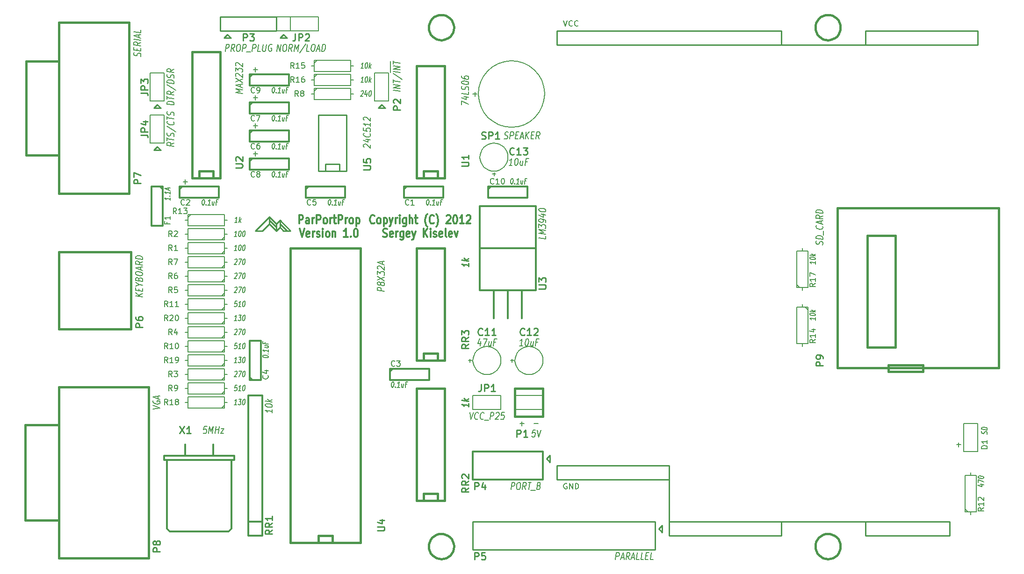
<source format=gto>
G04 (created by PCBNEW-RS274X (2012-01-19 BZR 3256)-stable) date 6/23/2012 12:28:53 AM*
G01*
G70*
G90*
%MOIN*%
G04 Gerber Fmt 3.4, Leading zero omitted, Abs format*
%FSLAX34Y34*%
G04 APERTURE LIST*
%ADD10C,0.006000*%
%ADD11C,0.012000*%
%ADD12C,0.008000*%
%ADD13C,0.010000*%
%ADD14C,0.015000*%
%ADD15C,0.005000*%
%ADD16C,0.007500*%
G04 APERTURE END LIST*
G54D10*
G54D11*
X42478Y-35186D02*
X42454Y-35214D01*
X42383Y-35243D01*
X42335Y-35243D01*
X42263Y-35214D01*
X42216Y-35157D01*
X42192Y-35100D01*
X42168Y-34986D01*
X42168Y-34900D01*
X42192Y-34786D01*
X42216Y-34729D01*
X42263Y-34671D01*
X42335Y-34643D01*
X42383Y-34643D01*
X42454Y-34671D01*
X42478Y-34700D01*
X42763Y-35243D02*
X42716Y-35214D01*
X42692Y-35186D01*
X42668Y-35129D01*
X42668Y-34957D01*
X42692Y-34900D01*
X42716Y-34871D01*
X42763Y-34843D01*
X42835Y-34843D01*
X42883Y-34871D01*
X42906Y-34900D01*
X42930Y-34957D01*
X42930Y-35129D01*
X42906Y-35186D01*
X42883Y-35214D01*
X42835Y-35243D01*
X42763Y-35243D01*
X43144Y-34843D02*
X43144Y-35443D01*
X43144Y-34871D02*
X43192Y-34843D01*
X43287Y-34843D01*
X43335Y-34871D01*
X43358Y-34900D01*
X43382Y-34957D01*
X43382Y-35129D01*
X43358Y-35186D01*
X43335Y-35214D01*
X43287Y-35243D01*
X43192Y-35243D01*
X43144Y-35214D01*
X43548Y-34843D02*
X43667Y-35243D01*
X43787Y-34843D02*
X43667Y-35243D01*
X43620Y-35386D01*
X43596Y-35414D01*
X43548Y-35443D01*
X43977Y-35243D02*
X43977Y-34843D01*
X43977Y-34957D02*
X44001Y-34900D01*
X44025Y-34871D01*
X44072Y-34843D01*
X44120Y-34843D01*
X44287Y-35243D02*
X44287Y-34843D01*
X44287Y-34643D02*
X44263Y-34671D01*
X44287Y-34700D01*
X44311Y-34671D01*
X44287Y-34643D01*
X44287Y-34700D01*
X44739Y-34843D02*
X44739Y-35329D01*
X44716Y-35386D01*
X44692Y-35414D01*
X44644Y-35443D01*
X44573Y-35443D01*
X44525Y-35414D01*
X44739Y-35214D02*
X44692Y-35243D01*
X44596Y-35243D01*
X44549Y-35214D01*
X44525Y-35186D01*
X44501Y-35129D01*
X44501Y-34957D01*
X44525Y-34900D01*
X44549Y-34871D01*
X44596Y-34843D01*
X44692Y-34843D01*
X44739Y-34871D01*
X44977Y-35243D02*
X44977Y-34643D01*
X45191Y-35243D02*
X45191Y-34929D01*
X45168Y-34871D01*
X45120Y-34843D01*
X45048Y-34843D01*
X45001Y-34871D01*
X44977Y-34900D01*
X45358Y-34843D02*
X45548Y-34843D01*
X45429Y-34643D02*
X45429Y-35157D01*
X45453Y-35214D01*
X45500Y-35243D01*
X45548Y-35243D01*
X46239Y-35471D02*
X46215Y-35443D01*
X46167Y-35357D01*
X46144Y-35300D01*
X46120Y-35214D01*
X46096Y-35071D01*
X46096Y-34957D01*
X46120Y-34814D01*
X46144Y-34729D01*
X46167Y-34671D01*
X46215Y-34586D01*
X46239Y-34557D01*
X46715Y-35186D02*
X46691Y-35214D01*
X46620Y-35243D01*
X46572Y-35243D01*
X46500Y-35214D01*
X46453Y-35157D01*
X46429Y-35100D01*
X46405Y-34986D01*
X46405Y-34900D01*
X46429Y-34786D01*
X46453Y-34729D01*
X46500Y-34671D01*
X46572Y-34643D01*
X46620Y-34643D01*
X46691Y-34671D01*
X46715Y-34700D01*
X46881Y-35471D02*
X46905Y-35443D01*
X46953Y-35357D01*
X46977Y-35300D01*
X47000Y-35214D01*
X47024Y-35071D01*
X47024Y-34957D01*
X47000Y-34814D01*
X46977Y-34729D01*
X46953Y-34671D01*
X46905Y-34586D01*
X46881Y-34557D01*
X47619Y-34700D02*
X47643Y-34671D01*
X47691Y-34643D01*
X47810Y-34643D01*
X47857Y-34671D01*
X47881Y-34700D01*
X47905Y-34757D01*
X47905Y-34814D01*
X47881Y-34900D01*
X47595Y-35243D01*
X47905Y-35243D01*
X48214Y-34643D02*
X48262Y-34643D01*
X48310Y-34671D01*
X48333Y-34700D01*
X48357Y-34757D01*
X48381Y-34871D01*
X48381Y-35014D01*
X48357Y-35129D01*
X48333Y-35186D01*
X48310Y-35214D01*
X48262Y-35243D01*
X48214Y-35243D01*
X48167Y-35214D01*
X48143Y-35186D01*
X48119Y-35129D01*
X48095Y-35014D01*
X48095Y-34871D01*
X48119Y-34757D01*
X48143Y-34700D01*
X48167Y-34671D01*
X48214Y-34643D01*
X48857Y-35243D02*
X48571Y-35243D01*
X48714Y-35243D02*
X48714Y-34643D01*
X48666Y-34729D01*
X48619Y-34786D01*
X48571Y-34814D01*
X49047Y-34700D02*
X49071Y-34671D01*
X49119Y-34643D01*
X49238Y-34643D01*
X49285Y-34671D01*
X49309Y-34700D01*
X49333Y-34757D01*
X49333Y-34814D01*
X49309Y-34900D01*
X49023Y-35243D01*
X49333Y-35243D01*
X43094Y-36174D02*
X43166Y-36203D01*
X43285Y-36203D01*
X43332Y-36174D01*
X43356Y-36146D01*
X43380Y-36089D01*
X43380Y-36031D01*
X43356Y-35974D01*
X43332Y-35946D01*
X43285Y-35917D01*
X43189Y-35889D01*
X43142Y-35860D01*
X43118Y-35831D01*
X43094Y-35774D01*
X43094Y-35717D01*
X43118Y-35660D01*
X43142Y-35631D01*
X43189Y-35603D01*
X43309Y-35603D01*
X43380Y-35631D01*
X43785Y-36174D02*
X43737Y-36203D01*
X43642Y-36203D01*
X43594Y-36174D01*
X43570Y-36117D01*
X43570Y-35889D01*
X43594Y-35831D01*
X43642Y-35803D01*
X43737Y-35803D01*
X43785Y-35831D01*
X43808Y-35889D01*
X43808Y-35946D01*
X43570Y-36003D01*
X44023Y-36203D02*
X44023Y-35803D01*
X44023Y-35917D02*
X44047Y-35860D01*
X44071Y-35831D01*
X44118Y-35803D01*
X44166Y-35803D01*
X44547Y-35803D02*
X44547Y-36289D01*
X44524Y-36346D01*
X44500Y-36374D01*
X44452Y-36403D01*
X44381Y-36403D01*
X44333Y-36374D01*
X44547Y-36174D02*
X44500Y-36203D01*
X44404Y-36203D01*
X44357Y-36174D01*
X44333Y-36146D01*
X44309Y-36089D01*
X44309Y-35917D01*
X44333Y-35860D01*
X44357Y-35831D01*
X44404Y-35803D01*
X44500Y-35803D01*
X44547Y-35831D01*
X44976Y-36174D02*
X44928Y-36203D01*
X44833Y-36203D01*
X44785Y-36174D01*
X44761Y-36117D01*
X44761Y-35889D01*
X44785Y-35831D01*
X44833Y-35803D01*
X44928Y-35803D01*
X44976Y-35831D01*
X44999Y-35889D01*
X44999Y-35946D01*
X44761Y-36003D01*
X45166Y-35803D02*
X45285Y-36203D01*
X45405Y-35803D02*
X45285Y-36203D01*
X45238Y-36346D01*
X45214Y-36374D01*
X45166Y-36403D01*
X45976Y-36203D02*
X45976Y-35603D01*
X46262Y-36203D02*
X46047Y-35860D01*
X46262Y-35603D02*
X45976Y-35946D01*
X46476Y-36203D02*
X46476Y-35803D01*
X46476Y-35603D02*
X46452Y-35631D01*
X46476Y-35660D01*
X46500Y-35631D01*
X46476Y-35603D01*
X46476Y-35660D01*
X46690Y-36174D02*
X46738Y-36203D01*
X46833Y-36203D01*
X46881Y-36174D01*
X46905Y-36117D01*
X46905Y-36089D01*
X46881Y-36031D01*
X46833Y-36003D01*
X46762Y-36003D01*
X46714Y-35974D01*
X46690Y-35917D01*
X46690Y-35889D01*
X46714Y-35831D01*
X46762Y-35803D01*
X46833Y-35803D01*
X46881Y-35831D01*
X47310Y-36174D02*
X47262Y-36203D01*
X47167Y-36203D01*
X47119Y-36174D01*
X47095Y-36117D01*
X47095Y-35889D01*
X47119Y-35831D01*
X47167Y-35803D01*
X47262Y-35803D01*
X47310Y-35831D01*
X47333Y-35889D01*
X47333Y-35946D01*
X47095Y-36003D01*
X47619Y-36203D02*
X47572Y-36174D01*
X47548Y-36117D01*
X47548Y-35603D01*
X48001Y-36174D02*
X47953Y-36203D01*
X47858Y-36203D01*
X47810Y-36174D01*
X47786Y-36117D01*
X47786Y-35889D01*
X47810Y-35831D01*
X47858Y-35803D01*
X47953Y-35803D01*
X48001Y-35831D01*
X48024Y-35889D01*
X48024Y-35946D01*
X47786Y-36003D01*
X48191Y-35803D02*
X48310Y-36203D01*
X48430Y-35803D01*
G54D12*
X83973Y-51010D02*
X84278Y-51010D01*
X84126Y-51162D02*
X84126Y-50857D01*
G54D13*
X32250Y-22000D02*
X31750Y-22000D01*
X32000Y-21750D02*
X32250Y-22000D01*
X31750Y-22000D02*
X32000Y-21750D01*
X36250Y-22000D02*
X35750Y-22000D01*
X36000Y-21750D02*
X36250Y-22000D01*
X35750Y-22000D02*
X36000Y-21750D01*
X27250Y-27000D02*
X26750Y-27000D01*
X27000Y-26750D02*
X27250Y-27000D01*
X26750Y-27000D02*
X27000Y-26750D01*
X27250Y-30000D02*
X26750Y-30000D01*
X27000Y-29750D02*
X27250Y-30000D01*
X26750Y-30000D02*
X27000Y-29750D01*
X43250Y-27000D02*
X42750Y-27000D01*
X43000Y-26750D02*
X43250Y-27000D01*
X42750Y-27000D02*
X43000Y-26750D01*
X55000Y-52250D02*
X54750Y-52000D01*
X55000Y-51750D02*
X55000Y-52250D01*
X54750Y-52000D02*
X55000Y-51750D01*
X63000Y-57250D02*
X62750Y-57000D01*
X63000Y-56750D02*
X63000Y-57250D01*
X62750Y-57000D02*
X63000Y-56750D01*
X85500Y-22500D02*
X77500Y-22500D01*
X85500Y-21500D02*
X85500Y-22500D01*
X77500Y-21500D02*
X85500Y-21500D01*
X77500Y-22500D02*
X77500Y-21500D01*
X71500Y-22500D02*
X77500Y-22500D01*
X55500Y-21500D02*
X71500Y-21500D01*
X71500Y-21500D02*
X55500Y-21500D01*
X71500Y-22500D02*
X71500Y-21500D01*
X55500Y-22500D02*
X71500Y-22500D01*
X55500Y-21500D02*
X55500Y-22500D01*
X77500Y-57500D02*
X77500Y-56500D01*
X83500Y-57500D02*
X77500Y-57500D01*
X83500Y-56500D02*
X83500Y-57500D01*
X71500Y-56500D02*
X83500Y-56500D01*
X63500Y-56500D02*
X63500Y-53500D01*
X71500Y-56500D02*
X63500Y-56500D01*
X71500Y-57500D02*
X71500Y-56500D01*
X63500Y-57500D02*
X71500Y-57500D01*
X63500Y-56500D02*
X63500Y-57500D01*
X63500Y-52500D02*
X55500Y-52500D01*
X63500Y-53500D02*
X63500Y-52500D01*
X55500Y-53500D02*
X63500Y-53500D01*
X55500Y-52500D02*
X55500Y-53500D01*
G54D11*
X37107Y-35243D02*
X37107Y-34643D01*
X37298Y-34643D01*
X37345Y-34671D01*
X37369Y-34700D01*
X37393Y-34757D01*
X37393Y-34843D01*
X37369Y-34900D01*
X37345Y-34929D01*
X37298Y-34957D01*
X37107Y-34957D01*
X37821Y-35243D02*
X37821Y-34929D01*
X37798Y-34871D01*
X37750Y-34843D01*
X37655Y-34843D01*
X37607Y-34871D01*
X37821Y-35214D02*
X37774Y-35243D01*
X37655Y-35243D01*
X37607Y-35214D01*
X37583Y-35157D01*
X37583Y-35100D01*
X37607Y-35043D01*
X37655Y-35014D01*
X37774Y-35014D01*
X37821Y-34986D01*
X38059Y-35243D02*
X38059Y-34843D01*
X38059Y-34957D02*
X38083Y-34900D01*
X38107Y-34871D01*
X38154Y-34843D01*
X38202Y-34843D01*
X38369Y-35243D02*
X38369Y-34643D01*
X38560Y-34643D01*
X38607Y-34671D01*
X38631Y-34700D01*
X38655Y-34757D01*
X38655Y-34843D01*
X38631Y-34900D01*
X38607Y-34929D01*
X38560Y-34957D01*
X38369Y-34957D01*
X38940Y-35243D02*
X38893Y-35214D01*
X38869Y-35186D01*
X38845Y-35129D01*
X38845Y-34957D01*
X38869Y-34900D01*
X38893Y-34871D01*
X38940Y-34843D01*
X39012Y-34843D01*
X39060Y-34871D01*
X39083Y-34900D01*
X39107Y-34957D01*
X39107Y-35129D01*
X39083Y-35186D01*
X39060Y-35214D01*
X39012Y-35243D01*
X38940Y-35243D01*
X39321Y-35243D02*
X39321Y-34843D01*
X39321Y-34957D02*
X39345Y-34900D01*
X39369Y-34871D01*
X39416Y-34843D01*
X39464Y-34843D01*
X39560Y-34843D02*
X39750Y-34843D01*
X39631Y-34643D02*
X39631Y-35157D01*
X39655Y-35214D01*
X39702Y-35243D01*
X39750Y-35243D01*
X39917Y-35243D02*
X39917Y-34643D01*
X40108Y-34643D01*
X40155Y-34671D01*
X40179Y-34700D01*
X40203Y-34757D01*
X40203Y-34843D01*
X40179Y-34900D01*
X40155Y-34929D01*
X40108Y-34957D01*
X39917Y-34957D01*
X40417Y-35243D02*
X40417Y-34843D01*
X40417Y-34957D02*
X40441Y-34900D01*
X40465Y-34871D01*
X40512Y-34843D01*
X40560Y-34843D01*
X40798Y-35243D02*
X40751Y-35214D01*
X40727Y-35186D01*
X40703Y-35129D01*
X40703Y-34957D01*
X40727Y-34900D01*
X40751Y-34871D01*
X40798Y-34843D01*
X40870Y-34843D01*
X40918Y-34871D01*
X40941Y-34900D01*
X40965Y-34957D01*
X40965Y-35129D01*
X40941Y-35186D01*
X40918Y-35214D01*
X40870Y-35243D01*
X40798Y-35243D01*
X41179Y-34843D02*
X41179Y-35443D01*
X41179Y-34871D02*
X41227Y-34843D01*
X41322Y-34843D01*
X41370Y-34871D01*
X41393Y-34900D01*
X41417Y-34957D01*
X41417Y-35129D01*
X41393Y-35186D01*
X41370Y-35214D01*
X41322Y-35243D01*
X41227Y-35243D01*
X41179Y-35214D01*
X37155Y-35603D02*
X37321Y-36203D01*
X37488Y-35603D01*
X37846Y-36174D02*
X37798Y-36203D01*
X37703Y-36203D01*
X37655Y-36174D01*
X37631Y-36117D01*
X37631Y-35889D01*
X37655Y-35831D01*
X37703Y-35803D01*
X37798Y-35803D01*
X37846Y-35831D01*
X37869Y-35889D01*
X37869Y-35946D01*
X37631Y-36003D01*
X38084Y-36203D02*
X38084Y-35803D01*
X38084Y-35917D02*
X38108Y-35860D01*
X38132Y-35831D01*
X38179Y-35803D01*
X38227Y-35803D01*
X38370Y-36174D02*
X38418Y-36203D01*
X38513Y-36203D01*
X38561Y-36174D01*
X38585Y-36117D01*
X38585Y-36089D01*
X38561Y-36031D01*
X38513Y-36003D01*
X38442Y-36003D01*
X38394Y-35974D01*
X38370Y-35917D01*
X38370Y-35889D01*
X38394Y-35831D01*
X38442Y-35803D01*
X38513Y-35803D01*
X38561Y-35831D01*
X38799Y-36203D02*
X38799Y-35803D01*
X38799Y-35603D02*
X38775Y-35631D01*
X38799Y-35660D01*
X38823Y-35631D01*
X38799Y-35603D01*
X38799Y-35660D01*
X39108Y-36203D02*
X39061Y-36174D01*
X39037Y-36146D01*
X39013Y-36089D01*
X39013Y-35917D01*
X39037Y-35860D01*
X39061Y-35831D01*
X39108Y-35803D01*
X39180Y-35803D01*
X39228Y-35831D01*
X39251Y-35860D01*
X39275Y-35917D01*
X39275Y-36089D01*
X39251Y-36146D01*
X39228Y-36174D01*
X39180Y-36203D01*
X39108Y-36203D01*
X39489Y-35803D02*
X39489Y-36203D01*
X39489Y-35860D02*
X39513Y-35831D01*
X39560Y-35803D01*
X39632Y-35803D01*
X39680Y-35831D01*
X39703Y-35889D01*
X39703Y-36203D01*
X40584Y-36203D02*
X40298Y-36203D01*
X40441Y-36203D02*
X40441Y-35603D01*
X40393Y-35689D01*
X40346Y-35746D01*
X40298Y-35774D01*
X40798Y-36146D02*
X40822Y-36174D01*
X40798Y-36203D01*
X40774Y-36174D01*
X40798Y-36146D01*
X40798Y-36203D01*
X41131Y-35603D02*
X41179Y-35603D01*
X41227Y-35631D01*
X41250Y-35660D01*
X41274Y-35717D01*
X41298Y-35831D01*
X41298Y-35974D01*
X41274Y-36089D01*
X41250Y-36146D01*
X41227Y-36174D01*
X41179Y-36203D01*
X41131Y-36203D01*
X41084Y-36174D01*
X41060Y-36146D01*
X41036Y-36089D01*
X41012Y-35974D01*
X41012Y-35831D01*
X41036Y-35717D01*
X41060Y-35660D01*
X41084Y-35631D01*
X41131Y-35603D01*
G54D12*
X56196Y-53781D02*
X56158Y-53762D01*
X56101Y-53762D01*
X56043Y-53781D01*
X56005Y-53819D01*
X55986Y-53857D01*
X55967Y-53933D01*
X55967Y-53990D01*
X55986Y-54067D01*
X56005Y-54105D01*
X56043Y-54143D01*
X56101Y-54162D01*
X56139Y-54162D01*
X56196Y-54143D01*
X56215Y-54124D01*
X56215Y-53990D01*
X56139Y-53990D01*
X56386Y-54162D02*
X56386Y-53762D01*
X56615Y-54162D01*
X56615Y-53762D01*
X56805Y-54162D02*
X56805Y-53762D01*
X56900Y-53762D01*
X56958Y-53781D01*
X56996Y-53819D01*
X57015Y-53857D01*
X57034Y-53933D01*
X57034Y-53990D01*
X57015Y-54067D01*
X56996Y-54105D01*
X56958Y-54143D01*
X56900Y-54162D01*
X56805Y-54162D01*
X55967Y-20762D02*
X56100Y-21162D01*
X56234Y-20762D01*
X56596Y-21124D02*
X56577Y-21143D01*
X56520Y-21162D01*
X56482Y-21162D01*
X56424Y-21143D01*
X56386Y-21105D01*
X56367Y-21067D01*
X56348Y-20990D01*
X56348Y-20933D01*
X56367Y-20857D01*
X56386Y-20819D01*
X56424Y-20781D01*
X56482Y-20762D01*
X56520Y-20762D01*
X56577Y-20781D01*
X56596Y-20800D01*
X56996Y-21124D02*
X56977Y-21143D01*
X56920Y-21162D01*
X56882Y-21162D01*
X56824Y-21143D01*
X56786Y-21105D01*
X56767Y-21067D01*
X56748Y-20990D01*
X56748Y-20933D01*
X56767Y-20857D01*
X56786Y-20819D01*
X56824Y-20781D01*
X56882Y-20762D01*
X56920Y-20762D01*
X56977Y-20781D01*
X56996Y-20800D01*
X28848Y-32260D02*
X29153Y-32260D01*
X29001Y-32412D02*
X29001Y-32107D01*
X33848Y-28260D02*
X34153Y-28260D01*
X34001Y-28412D02*
X34001Y-28107D01*
X33848Y-26260D02*
X34153Y-26260D01*
X34001Y-26412D02*
X34001Y-26107D01*
X34152Y-24260D02*
X33847Y-24260D01*
X33999Y-24412D02*
X33999Y-24107D01*
X34152Y-30260D02*
X33847Y-30260D01*
X33999Y-30412D02*
X33999Y-30107D01*
G54D13*
X35750Y-35250D02*
X36250Y-35750D01*
X35000Y-35000D02*
X35500Y-35500D01*
X35500Y-35250D02*
X35500Y-35750D01*
X35750Y-35000D02*
X35750Y-35500D01*
X35000Y-34750D02*
X35000Y-35250D01*
X34500Y-35750D02*
X34000Y-35750D01*
X35000Y-35250D02*
X34500Y-35750D01*
X35500Y-35750D02*
X35000Y-35250D01*
X35750Y-35500D02*
X35500Y-35750D01*
X36000Y-35750D02*
X35750Y-35500D01*
X36500Y-35750D02*
X36000Y-35750D01*
X35750Y-35000D02*
X36500Y-35750D01*
X35500Y-35250D02*
X35750Y-35000D01*
X35000Y-34750D02*
X35500Y-35250D01*
X34000Y-35750D02*
X35000Y-34750D01*
G54D12*
X53848Y-49510D02*
X54153Y-49510D01*
X52848Y-49510D02*
X53153Y-49510D01*
X53001Y-49662D02*
X53001Y-49357D01*
G54D14*
X54500Y-49000D02*
X52500Y-49000D01*
X54500Y-47000D02*
X54500Y-49000D01*
X52500Y-47000D02*
X54500Y-47000D01*
X52500Y-49000D02*
X52500Y-47000D01*
G54D13*
X62500Y-56500D02*
X62500Y-58500D01*
X62500Y-58500D02*
X49500Y-58500D01*
X49500Y-58500D02*
X49500Y-56500D01*
X49500Y-56500D02*
X62500Y-56500D01*
G54D10*
X54612Y-26000D02*
X54567Y-26458D01*
X54433Y-26900D01*
X54217Y-27307D01*
X53926Y-27664D01*
X53570Y-27958D01*
X53165Y-28177D01*
X52724Y-28313D01*
X52266Y-28361D01*
X51808Y-28320D01*
X51366Y-28190D01*
X50957Y-27976D01*
X50598Y-27687D01*
X50302Y-27334D01*
X50080Y-26930D01*
X49940Y-26491D01*
X49889Y-26032D01*
X49927Y-25574D01*
X50054Y-25131D01*
X50265Y-24721D01*
X50551Y-24360D01*
X50902Y-24061D01*
X51305Y-23836D01*
X51743Y-23694D01*
X52201Y-23639D01*
X52660Y-23674D01*
X53104Y-23798D01*
X53515Y-24006D01*
X53878Y-24290D01*
X54180Y-24639D01*
X54407Y-25040D01*
X54553Y-25477D01*
X54611Y-25935D01*
X54612Y-26000D01*
G54D11*
X34500Y-57500D02*
X33500Y-57500D01*
X33500Y-57500D02*
X33500Y-47500D01*
X33500Y-47500D02*
X34500Y-47500D01*
X34500Y-47500D02*
X34500Y-57500D01*
X34500Y-56500D02*
X33500Y-56500D01*
G54D12*
X73000Y-41000D02*
X73000Y-41200D01*
X73000Y-44000D02*
X73000Y-43800D01*
X73000Y-43800D02*
X73400Y-43800D01*
X73400Y-43800D02*
X73400Y-41200D01*
X73400Y-41200D02*
X72600Y-41200D01*
X72600Y-41200D02*
X72600Y-43800D01*
X72600Y-43800D02*
X73000Y-43800D01*
X73200Y-41200D02*
X73400Y-41400D01*
X32000Y-37000D02*
X31800Y-37000D01*
X29000Y-37000D02*
X29200Y-37000D01*
X29200Y-37000D02*
X29200Y-37400D01*
X29200Y-37400D02*
X31800Y-37400D01*
X31800Y-37400D02*
X31800Y-36600D01*
X31800Y-36600D02*
X29200Y-36600D01*
X29200Y-36600D02*
X29200Y-37000D01*
X31800Y-37200D02*
X31600Y-37400D01*
X32000Y-36000D02*
X31800Y-36000D01*
X29000Y-36000D02*
X29200Y-36000D01*
X29200Y-36000D02*
X29200Y-36400D01*
X29200Y-36400D02*
X31800Y-36400D01*
X31800Y-36400D02*
X31800Y-35600D01*
X31800Y-35600D02*
X29200Y-35600D01*
X29200Y-35600D02*
X29200Y-36000D01*
X31800Y-36200D02*
X31600Y-36400D01*
X32000Y-46000D02*
X31800Y-46000D01*
X29000Y-46000D02*
X29200Y-46000D01*
X29200Y-46000D02*
X29200Y-46400D01*
X29200Y-46400D02*
X31800Y-46400D01*
X31800Y-46400D02*
X31800Y-45600D01*
X31800Y-45600D02*
X29200Y-45600D01*
X29200Y-45600D02*
X29200Y-46000D01*
X31800Y-46200D02*
X31600Y-46400D01*
X32000Y-43000D02*
X31800Y-43000D01*
X29000Y-43000D02*
X29200Y-43000D01*
X29200Y-43000D02*
X29200Y-43400D01*
X29200Y-43400D02*
X31800Y-43400D01*
X31800Y-43400D02*
X31800Y-42600D01*
X31800Y-42600D02*
X29200Y-42600D01*
X29200Y-42600D02*
X29200Y-43000D01*
X31800Y-43200D02*
X31600Y-43400D01*
X32000Y-40000D02*
X31800Y-40000D01*
X29000Y-40000D02*
X29200Y-40000D01*
X29200Y-40000D02*
X29200Y-40400D01*
X29200Y-40400D02*
X31800Y-40400D01*
X31800Y-40400D02*
X31800Y-39600D01*
X31800Y-39600D02*
X29200Y-39600D01*
X29200Y-39600D02*
X29200Y-40000D01*
X31800Y-40200D02*
X31600Y-40400D01*
X38000Y-24000D02*
X38200Y-24000D01*
X41000Y-24000D02*
X40800Y-24000D01*
X40800Y-24000D02*
X40800Y-23600D01*
X40800Y-23600D02*
X38200Y-23600D01*
X38200Y-23600D02*
X38200Y-24400D01*
X38200Y-24400D02*
X40800Y-24400D01*
X40800Y-24400D02*
X40800Y-24000D01*
X38200Y-23800D02*
X38400Y-23600D01*
X38000Y-25000D02*
X38200Y-25000D01*
X41000Y-25000D02*
X40800Y-25000D01*
X40800Y-25000D02*
X40800Y-24600D01*
X40800Y-24600D02*
X38200Y-24600D01*
X38200Y-24600D02*
X38200Y-25400D01*
X38200Y-25400D02*
X40800Y-25400D01*
X40800Y-25400D02*
X40800Y-25000D01*
X38200Y-24800D02*
X38400Y-24600D01*
X32000Y-39000D02*
X31800Y-39000D01*
X29000Y-39000D02*
X29200Y-39000D01*
X29200Y-39000D02*
X29200Y-39400D01*
X29200Y-39400D02*
X31800Y-39400D01*
X31800Y-39400D02*
X31800Y-38600D01*
X31800Y-38600D02*
X29200Y-38600D01*
X29200Y-38600D02*
X29200Y-39000D01*
X31800Y-39200D02*
X31600Y-39400D01*
X32000Y-38000D02*
X31800Y-38000D01*
X29000Y-38000D02*
X29200Y-38000D01*
X29200Y-38000D02*
X29200Y-38400D01*
X29200Y-38400D02*
X31800Y-38400D01*
X31800Y-38400D02*
X31800Y-37600D01*
X31800Y-37600D02*
X29200Y-37600D01*
X29200Y-37600D02*
X29200Y-38000D01*
X31800Y-38200D02*
X31600Y-38400D01*
X38000Y-26000D02*
X38200Y-26000D01*
X41000Y-26000D02*
X40800Y-26000D01*
X40800Y-26000D02*
X40800Y-25600D01*
X40800Y-25600D02*
X38200Y-25600D01*
X38200Y-25600D02*
X38200Y-26400D01*
X38200Y-26400D02*
X40800Y-26400D01*
X40800Y-26400D02*
X40800Y-26000D01*
X38200Y-25800D02*
X38400Y-25600D01*
X32000Y-47000D02*
X31800Y-47000D01*
X29000Y-47000D02*
X29200Y-47000D01*
X29200Y-47000D02*
X29200Y-47400D01*
X29200Y-47400D02*
X31800Y-47400D01*
X31800Y-47400D02*
X31800Y-46600D01*
X31800Y-46600D02*
X29200Y-46600D01*
X29200Y-46600D02*
X29200Y-47000D01*
X31800Y-47200D02*
X31600Y-47400D01*
X32000Y-44000D02*
X31800Y-44000D01*
X29000Y-44000D02*
X29200Y-44000D01*
X29200Y-44000D02*
X29200Y-44400D01*
X29200Y-44400D02*
X31800Y-44400D01*
X31800Y-44400D02*
X31800Y-43600D01*
X31800Y-43600D02*
X29200Y-43600D01*
X29200Y-43600D02*
X29200Y-44000D01*
X31800Y-44200D02*
X31600Y-44400D01*
X32000Y-41000D02*
X31800Y-41000D01*
X29000Y-41000D02*
X29200Y-41000D01*
X29200Y-41000D02*
X29200Y-41400D01*
X29200Y-41400D02*
X31800Y-41400D01*
X31800Y-41400D02*
X31800Y-40600D01*
X31800Y-40600D02*
X29200Y-40600D01*
X29200Y-40600D02*
X29200Y-41000D01*
X31800Y-41200D02*
X31600Y-41400D01*
X85000Y-56000D02*
X85000Y-55800D01*
X85000Y-53000D02*
X85000Y-53200D01*
X85000Y-53200D02*
X84600Y-53200D01*
X84600Y-53200D02*
X84600Y-55800D01*
X84600Y-55800D02*
X85400Y-55800D01*
X85400Y-55800D02*
X85400Y-53200D01*
X85400Y-53200D02*
X85000Y-53200D01*
X84800Y-55800D02*
X84600Y-55600D01*
X29000Y-35000D02*
X29200Y-35000D01*
X32000Y-35000D02*
X31800Y-35000D01*
X31800Y-35000D02*
X31800Y-34600D01*
X31800Y-34600D02*
X29200Y-34600D01*
X29200Y-34600D02*
X29200Y-35400D01*
X29200Y-35400D02*
X31800Y-35400D01*
X31800Y-35400D02*
X31800Y-35000D01*
X29200Y-34800D02*
X29400Y-34600D01*
G54D11*
X54500Y-53500D02*
X49500Y-53500D01*
X49500Y-53500D02*
X49500Y-51500D01*
X49500Y-51500D02*
X54500Y-51500D01*
X54500Y-51500D02*
X54500Y-53500D01*
G54D13*
X35500Y-21500D02*
X31500Y-21500D01*
X35500Y-20500D02*
X31500Y-20500D01*
X31500Y-20500D02*
X31500Y-21500D01*
X35500Y-21500D02*
X35500Y-20500D01*
G54D10*
X35500Y-21500D02*
X35500Y-20500D01*
X35500Y-20500D02*
X38500Y-20500D01*
X38500Y-20500D02*
X38500Y-21500D01*
X38500Y-21500D02*
X35500Y-21500D01*
X36500Y-20500D02*
X36500Y-21500D01*
X43500Y-26500D02*
X42500Y-26500D01*
X42500Y-26500D02*
X42500Y-24500D01*
X42500Y-24500D02*
X43500Y-24500D01*
X43500Y-24500D02*
X43500Y-26500D01*
X52500Y-48500D02*
X52500Y-47500D01*
X52500Y-47500D02*
X54500Y-47500D01*
X54500Y-47500D02*
X54500Y-48500D01*
X54500Y-48500D02*
X52500Y-48500D01*
X49500Y-48500D02*
X49500Y-47500D01*
X49500Y-47500D02*
X51500Y-47500D01*
X51500Y-47500D02*
X51500Y-48500D01*
X51500Y-48500D02*
X49500Y-48500D01*
G54D14*
X20000Y-37244D02*
X25118Y-37244D01*
X25118Y-37244D02*
X25118Y-42756D01*
X25118Y-42756D02*
X20000Y-42756D01*
X20000Y-42756D02*
X20000Y-37244D01*
X48144Y-21246D02*
X48126Y-21420D01*
X48076Y-21588D01*
X47993Y-21744D01*
X47882Y-21880D01*
X47747Y-21992D01*
X47592Y-22075D01*
X47424Y-22127D01*
X47250Y-22145D01*
X47076Y-22130D01*
X46907Y-22080D01*
X46752Y-21999D01*
X46615Y-21889D01*
X46502Y-21754D01*
X46417Y-21600D01*
X46364Y-21433D01*
X46345Y-21258D01*
X46359Y-21084D01*
X46408Y-20915D01*
X46488Y-20759D01*
X46597Y-20621D01*
X46731Y-20507D01*
X46884Y-20422D01*
X47051Y-20367D01*
X47226Y-20347D01*
X47400Y-20360D01*
X47569Y-20407D01*
X47726Y-20487D01*
X47864Y-20595D01*
X47979Y-20728D01*
X48066Y-20880D01*
X48121Y-21047D01*
X48143Y-21221D01*
X48144Y-21246D01*
X48144Y-58254D02*
X48126Y-58428D01*
X48076Y-58596D01*
X47993Y-58752D01*
X47882Y-58888D01*
X47747Y-59000D01*
X47592Y-59083D01*
X47424Y-59135D01*
X47250Y-59153D01*
X47076Y-59138D01*
X46907Y-59088D01*
X46752Y-59007D01*
X46615Y-58897D01*
X46502Y-58762D01*
X46417Y-58608D01*
X46364Y-58441D01*
X46345Y-58266D01*
X46359Y-58092D01*
X46408Y-57923D01*
X46488Y-57767D01*
X46597Y-57629D01*
X46731Y-57515D01*
X46884Y-57430D01*
X47051Y-57375D01*
X47226Y-57355D01*
X47400Y-57368D01*
X47569Y-57415D01*
X47726Y-57495D01*
X47864Y-57603D01*
X47979Y-57736D01*
X48066Y-57888D01*
X48121Y-58055D01*
X48143Y-58229D01*
X48144Y-58254D01*
X75703Y-21246D02*
X75685Y-21420D01*
X75635Y-21588D01*
X75552Y-21744D01*
X75441Y-21880D01*
X75306Y-21992D01*
X75151Y-22075D01*
X74983Y-22127D01*
X74809Y-22145D01*
X74635Y-22130D01*
X74466Y-22080D01*
X74311Y-21999D01*
X74174Y-21889D01*
X74061Y-21754D01*
X73976Y-21600D01*
X73923Y-21433D01*
X73904Y-21258D01*
X73918Y-21084D01*
X73967Y-20915D01*
X74047Y-20759D01*
X74156Y-20621D01*
X74290Y-20507D01*
X74443Y-20422D01*
X74610Y-20367D01*
X74785Y-20347D01*
X74959Y-20360D01*
X75128Y-20407D01*
X75285Y-20487D01*
X75423Y-20595D01*
X75538Y-20728D01*
X75625Y-20880D01*
X75680Y-21047D01*
X75702Y-21221D01*
X75703Y-21246D01*
X75703Y-58254D02*
X75685Y-58428D01*
X75635Y-58596D01*
X75552Y-58752D01*
X75441Y-58888D01*
X75306Y-59000D01*
X75151Y-59083D01*
X74983Y-59135D01*
X74809Y-59153D01*
X74635Y-59138D01*
X74466Y-59088D01*
X74311Y-59007D01*
X74174Y-58897D01*
X74061Y-58762D01*
X73976Y-58608D01*
X73923Y-58441D01*
X73904Y-58266D01*
X73918Y-58092D01*
X73967Y-57923D01*
X74047Y-57767D01*
X74156Y-57629D01*
X74290Y-57515D01*
X74443Y-57430D01*
X74610Y-57375D01*
X74785Y-57355D01*
X74959Y-57368D01*
X75128Y-57415D01*
X75285Y-57495D01*
X75423Y-57603D01*
X75538Y-57736D01*
X75625Y-57888D01*
X75680Y-58055D01*
X75702Y-58229D01*
X75703Y-58254D01*
G54D13*
X39000Y-31500D02*
X39000Y-31000D01*
X39000Y-31000D02*
X40000Y-31000D01*
X40000Y-31000D02*
X40000Y-31500D01*
X38500Y-31500D02*
X38500Y-27500D01*
X38500Y-27500D02*
X40500Y-27500D01*
X40500Y-27500D02*
X40500Y-31500D01*
X40500Y-31500D02*
X38500Y-31500D01*
G54D14*
X38500Y-58000D02*
X38500Y-57500D01*
X38500Y-57500D02*
X39500Y-57500D01*
X39500Y-57500D02*
X39500Y-58000D01*
X36500Y-58000D02*
X36500Y-37000D01*
X36500Y-37000D02*
X41500Y-37000D01*
X41500Y-37000D02*
X41500Y-58000D01*
X41500Y-58000D02*
X36500Y-58000D01*
X30000Y-32000D02*
X30000Y-32000D01*
X30000Y-32000D02*
X30000Y-31500D01*
X30000Y-31500D02*
X31000Y-31500D01*
X31000Y-31500D02*
X31000Y-32000D01*
X29500Y-32000D02*
X29500Y-23000D01*
X29500Y-23000D02*
X31500Y-23000D01*
X31500Y-23000D02*
X31500Y-32000D01*
X31500Y-32000D02*
X29500Y-32000D01*
X45500Y-55000D02*
X45500Y-47000D01*
X47500Y-47000D02*
X47500Y-55000D01*
X47500Y-55000D02*
X45500Y-55000D01*
X46000Y-55000D02*
X46000Y-54500D01*
X46000Y-54500D02*
X47000Y-54500D01*
X47000Y-54500D02*
X47000Y-55000D01*
X45500Y-47000D02*
X47500Y-47000D01*
X45500Y-45000D02*
X45500Y-37000D01*
X47500Y-37000D02*
X47500Y-45000D01*
X47500Y-45000D02*
X45500Y-45000D01*
X46000Y-45000D02*
X46000Y-44500D01*
X46000Y-44500D02*
X47000Y-44500D01*
X47000Y-44500D02*
X47000Y-45000D01*
X45500Y-37000D02*
X47500Y-37000D01*
X45500Y-32000D02*
X45500Y-24000D01*
X47500Y-24000D02*
X47500Y-32000D01*
X47500Y-32000D02*
X45500Y-32000D01*
X46000Y-32000D02*
X46000Y-31500D01*
X46000Y-31500D02*
X47000Y-31500D01*
X47000Y-31500D02*
X47000Y-32000D01*
X45500Y-24000D02*
X47500Y-24000D01*
X17650Y-23650D02*
X20000Y-23650D01*
X20000Y-30350D02*
X17650Y-30350D01*
X17650Y-30350D02*
X17650Y-23650D01*
X25000Y-33100D02*
X20000Y-33100D01*
X20000Y-33100D02*
X20000Y-20900D01*
X20000Y-20900D02*
X25000Y-20900D01*
X25000Y-33100D02*
X25000Y-20900D01*
G54D11*
X44600Y-32600D02*
X47400Y-32600D01*
X47400Y-32600D02*
X47400Y-33400D01*
X47400Y-33400D02*
X44600Y-33400D01*
X44600Y-33400D02*
X44600Y-32600D01*
X44600Y-32800D02*
X44800Y-32600D01*
X50600Y-32600D02*
X53400Y-32600D01*
X53400Y-32600D02*
X53400Y-33400D01*
X53400Y-33400D02*
X50600Y-33400D01*
X50600Y-33400D02*
X50600Y-32600D01*
X50600Y-32800D02*
X50800Y-32600D01*
X37600Y-32600D02*
X40400Y-32600D01*
X40400Y-32600D02*
X40400Y-33400D01*
X40400Y-33400D02*
X37600Y-33400D01*
X37600Y-33400D02*
X37600Y-32600D01*
X37600Y-32800D02*
X37800Y-32600D01*
X33600Y-46400D02*
X33600Y-43600D01*
X33600Y-43600D02*
X34400Y-43600D01*
X34400Y-43600D02*
X34400Y-46400D01*
X34400Y-46400D02*
X33600Y-46400D01*
X33800Y-46400D02*
X33600Y-46200D01*
X43600Y-45600D02*
X46400Y-45600D01*
X46400Y-45600D02*
X46400Y-46400D01*
X46400Y-46400D02*
X43600Y-46400D01*
X43600Y-46400D02*
X43600Y-45600D01*
X43600Y-45800D02*
X43800Y-45600D01*
G54D15*
X52001Y-30500D02*
X51981Y-30694D01*
X51925Y-30881D01*
X51833Y-31053D01*
X51710Y-31205D01*
X51559Y-31329D01*
X51387Y-31422D01*
X51201Y-31480D01*
X51006Y-31500D01*
X50813Y-31483D01*
X50626Y-31428D01*
X50452Y-31337D01*
X50300Y-31215D01*
X50175Y-31065D01*
X50080Y-30894D01*
X50021Y-30708D01*
X50000Y-30513D01*
X50016Y-30320D01*
X50070Y-30132D01*
X50159Y-29958D01*
X50280Y-29805D01*
X50429Y-29679D01*
X50600Y-29583D01*
X50786Y-29523D01*
X50980Y-29500D01*
X51173Y-29515D01*
X51361Y-29567D01*
X51536Y-29655D01*
X51690Y-29776D01*
X51817Y-29923D01*
X51914Y-30093D01*
X51976Y-30279D01*
X52000Y-30473D01*
X52001Y-30500D01*
X54501Y-45000D02*
X54481Y-45194D01*
X54425Y-45381D01*
X54333Y-45553D01*
X54210Y-45705D01*
X54059Y-45829D01*
X53887Y-45922D01*
X53701Y-45980D01*
X53506Y-46000D01*
X53313Y-45983D01*
X53126Y-45928D01*
X52952Y-45837D01*
X52800Y-45715D01*
X52675Y-45565D01*
X52580Y-45394D01*
X52521Y-45208D01*
X52500Y-45013D01*
X52516Y-44820D01*
X52570Y-44632D01*
X52659Y-44458D01*
X52780Y-44305D01*
X52929Y-44179D01*
X53100Y-44083D01*
X53286Y-44023D01*
X53480Y-44000D01*
X53673Y-44015D01*
X53861Y-44067D01*
X54036Y-44155D01*
X54190Y-44276D01*
X54317Y-44423D01*
X54414Y-44593D01*
X54476Y-44779D01*
X54500Y-44973D01*
X54501Y-45000D01*
X51501Y-45000D02*
X51481Y-45194D01*
X51425Y-45381D01*
X51333Y-45553D01*
X51210Y-45705D01*
X51059Y-45829D01*
X50887Y-45922D01*
X50701Y-45980D01*
X50506Y-46000D01*
X50313Y-45983D01*
X50126Y-45928D01*
X49952Y-45837D01*
X49800Y-45715D01*
X49675Y-45565D01*
X49580Y-45394D01*
X49521Y-45208D01*
X49500Y-45013D01*
X49516Y-44820D01*
X49570Y-44632D01*
X49659Y-44458D01*
X49780Y-44305D01*
X49929Y-44179D01*
X50100Y-44083D01*
X50286Y-44023D01*
X50480Y-44000D01*
X50673Y-44015D01*
X50861Y-44067D01*
X51036Y-44155D01*
X51190Y-44276D01*
X51317Y-44423D01*
X51414Y-44593D01*
X51476Y-44779D01*
X51500Y-44973D01*
X51501Y-45000D01*
G54D14*
X77612Y-44055D02*
X79620Y-44055D01*
X79620Y-44055D02*
X79620Y-36083D01*
X79620Y-36083D02*
X77612Y-36083D01*
X77612Y-36083D02*
X77612Y-44055D01*
X81589Y-45315D02*
X81589Y-45787D01*
X81589Y-45787D02*
X79108Y-45787D01*
X79108Y-45787D02*
X79108Y-45315D01*
X79108Y-45315D02*
X81589Y-45315D01*
X75486Y-45512D02*
X75486Y-34134D01*
X75486Y-34134D02*
X86982Y-34134D01*
X86982Y-34134D02*
X86982Y-45512D01*
X86982Y-45512D02*
X75486Y-45512D01*
X26400Y-59100D02*
X20000Y-59100D01*
X26400Y-46900D02*
X20000Y-46900D01*
X26400Y-59100D02*
X26400Y-46900D01*
X20000Y-56400D02*
X17600Y-56400D01*
X17600Y-56400D02*
X17600Y-49600D01*
X17600Y-49600D02*
X20000Y-49600D01*
X20000Y-59100D02*
X20000Y-46900D01*
G54D12*
X73000Y-40000D02*
X73000Y-39800D01*
X73000Y-37000D02*
X73000Y-37200D01*
X73000Y-37200D02*
X72600Y-37200D01*
X72600Y-37200D02*
X72600Y-39800D01*
X72600Y-39800D02*
X73400Y-39800D01*
X73400Y-39800D02*
X73400Y-37200D01*
X73400Y-37200D02*
X73000Y-37200D01*
X72800Y-39800D02*
X72600Y-39600D01*
G54D11*
X51000Y-42000D02*
X51000Y-40000D01*
X52000Y-42000D02*
X52000Y-40000D01*
X53000Y-42000D02*
X53000Y-40000D01*
X50500Y-40000D02*
X54000Y-40000D01*
X54000Y-40000D02*
X54000Y-34000D01*
X54000Y-34000D02*
X50000Y-34000D01*
X50500Y-40000D02*
X50000Y-40000D01*
X53500Y-37000D02*
X50000Y-37000D01*
X53500Y-37000D02*
X54000Y-37000D01*
X50000Y-40000D02*
X50000Y-34000D01*
X32500Y-52100D02*
X27500Y-52100D01*
X32300Y-52100D02*
X32300Y-57000D01*
X27500Y-52100D02*
X27500Y-51800D01*
X32500Y-52100D02*
X32500Y-51800D01*
X32500Y-51800D02*
X27500Y-51800D01*
X29000Y-51000D02*
X29000Y-51800D01*
X31000Y-51000D02*
X31000Y-51800D01*
X27700Y-52100D02*
X27700Y-57000D01*
X32300Y-57000D02*
X32100Y-57200D01*
X32100Y-57200D02*
X27900Y-57200D01*
X27900Y-57200D02*
X27700Y-57000D01*
X27400Y-32600D02*
X27400Y-35400D01*
X27400Y-35400D02*
X26600Y-35400D01*
X26600Y-35400D02*
X26600Y-32600D01*
X26600Y-32600D02*
X27400Y-32600D01*
X27200Y-32600D02*
X27400Y-32800D01*
X28600Y-32600D02*
X31400Y-32600D01*
X31400Y-32600D02*
X31400Y-33400D01*
X31400Y-33400D02*
X28600Y-33400D01*
X28600Y-33400D02*
X28600Y-32600D01*
X28600Y-32800D02*
X28800Y-32600D01*
X33600Y-28600D02*
X36400Y-28600D01*
X36400Y-28600D02*
X36400Y-29400D01*
X36400Y-29400D02*
X33600Y-29400D01*
X33600Y-29400D02*
X33600Y-28600D01*
X33600Y-28800D02*
X33800Y-28600D01*
X33600Y-26600D02*
X36400Y-26600D01*
X36400Y-26600D02*
X36400Y-27400D01*
X36400Y-27400D02*
X33600Y-27400D01*
X33600Y-27400D02*
X33600Y-26600D01*
X33600Y-26800D02*
X33800Y-26600D01*
X33600Y-30600D02*
X36400Y-30600D01*
X36400Y-30600D02*
X36400Y-31400D01*
X36400Y-31400D02*
X33600Y-31400D01*
X33600Y-31400D02*
X33600Y-30600D01*
X33600Y-30800D02*
X33800Y-30600D01*
X33600Y-24600D02*
X36400Y-24600D01*
X36400Y-24600D02*
X36400Y-25400D01*
X36400Y-25400D02*
X33600Y-25400D01*
X33600Y-25400D02*
X33600Y-24600D01*
X33600Y-24800D02*
X33800Y-24600D01*
G54D12*
X32000Y-48000D02*
X31800Y-48000D01*
X29000Y-48000D02*
X29200Y-48000D01*
X29200Y-48000D02*
X29200Y-48400D01*
X29200Y-48400D02*
X31800Y-48400D01*
X31800Y-48400D02*
X31800Y-47600D01*
X31800Y-47600D02*
X29200Y-47600D01*
X29200Y-47600D02*
X29200Y-48000D01*
X31800Y-48200D02*
X31600Y-48400D01*
X32000Y-45000D02*
X31800Y-45000D01*
X29000Y-45000D02*
X29200Y-45000D01*
X29200Y-45000D02*
X29200Y-45400D01*
X29200Y-45400D02*
X31800Y-45400D01*
X31800Y-45400D02*
X31800Y-44600D01*
X31800Y-44600D02*
X29200Y-44600D01*
X29200Y-44600D02*
X29200Y-45000D01*
X31800Y-45200D02*
X31600Y-45400D01*
X32000Y-42000D02*
X31800Y-42000D01*
X29000Y-42000D02*
X29200Y-42000D01*
X29200Y-42000D02*
X29200Y-42400D01*
X29200Y-42400D02*
X31800Y-42400D01*
X31800Y-42400D02*
X31800Y-41600D01*
X31800Y-41600D02*
X29200Y-41600D01*
X29200Y-41600D02*
X29200Y-42000D01*
X31800Y-42200D02*
X31600Y-42400D01*
G54D10*
X85500Y-51500D02*
X84500Y-51500D01*
X84500Y-51500D02*
X84500Y-49500D01*
X84500Y-49500D02*
X85500Y-49500D01*
X85500Y-49500D02*
X85500Y-51500D01*
X27500Y-26500D02*
X26500Y-26500D01*
X26500Y-26500D02*
X26500Y-24500D01*
X26500Y-24500D02*
X27500Y-24500D01*
X27500Y-24500D02*
X27500Y-26500D01*
X27500Y-29500D02*
X26500Y-29500D01*
X26500Y-29500D02*
X26500Y-27500D01*
X26500Y-27500D02*
X27500Y-27500D01*
X27500Y-27500D02*
X27500Y-29500D01*
G54D13*
X49631Y-59202D02*
X49631Y-58702D01*
X49822Y-58702D01*
X49869Y-58726D01*
X49893Y-58750D01*
X49917Y-58798D01*
X49917Y-58869D01*
X49893Y-58917D01*
X49869Y-58940D01*
X49822Y-58964D01*
X49631Y-58964D01*
X50369Y-58702D02*
X50131Y-58702D01*
X50107Y-58940D01*
X50131Y-58917D01*
X50179Y-58893D01*
X50298Y-58893D01*
X50345Y-58917D01*
X50369Y-58940D01*
X50393Y-58988D01*
X50393Y-59107D01*
X50369Y-59155D01*
X50345Y-59179D01*
X50298Y-59202D01*
X50179Y-59202D01*
X50131Y-59179D01*
X50107Y-59155D01*
G54D12*
X59666Y-59202D02*
X59729Y-58702D01*
X59882Y-58702D01*
X59917Y-58726D01*
X59933Y-58750D01*
X59946Y-58798D01*
X59937Y-58869D01*
X59912Y-58917D01*
X59890Y-58940D01*
X59849Y-58964D01*
X59696Y-58964D01*
X60065Y-59060D02*
X60256Y-59060D01*
X60009Y-59202D02*
X60205Y-58702D01*
X60276Y-59202D01*
X60638Y-59202D02*
X60534Y-58964D01*
X60409Y-59202D02*
X60472Y-58702D01*
X60625Y-58702D01*
X60660Y-58726D01*
X60676Y-58750D01*
X60689Y-58798D01*
X60680Y-58869D01*
X60655Y-58917D01*
X60633Y-58940D01*
X60592Y-58964D01*
X60439Y-58964D01*
X60808Y-59060D02*
X60999Y-59060D01*
X60752Y-59202D02*
X60948Y-58702D01*
X61019Y-59202D01*
X61343Y-59202D02*
X61152Y-59202D01*
X61215Y-58702D01*
X61667Y-59202D02*
X61476Y-59202D01*
X61539Y-58702D01*
X61833Y-58940D02*
X61967Y-58940D01*
X61991Y-59202D02*
X61800Y-59202D01*
X61863Y-58702D01*
X62054Y-58702D01*
X62353Y-59202D02*
X62162Y-59202D01*
X62225Y-58702D01*
G54D13*
X50119Y-29179D02*
X50191Y-29202D01*
X50310Y-29202D01*
X50357Y-29179D01*
X50381Y-29155D01*
X50405Y-29107D01*
X50405Y-29060D01*
X50381Y-29012D01*
X50357Y-28988D01*
X50310Y-28964D01*
X50214Y-28940D01*
X50167Y-28917D01*
X50143Y-28893D01*
X50119Y-28845D01*
X50119Y-28798D01*
X50143Y-28750D01*
X50167Y-28726D01*
X50214Y-28702D01*
X50334Y-28702D01*
X50405Y-28726D01*
X50619Y-29202D02*
X50619Y-28702D01*
X50810Y-28702D01*
X50857Y-28726D01*
X50881Y-28750D01*
X50905Y-28798D01*
X50905Y-28869D01*
X50881Y-28917D01*
X50857Y-28940D01*
X50810Y-28964D01*
X50619Y-28964D01*
X51381Y-29202D02*
X51095Y-29202D01*
X51238Y-29202D02*
X51238Y-28702D01*
X51190Y-28774D01*
X51143Y-28821D01*
X51095Y-28845D01*
G54D12*
X51736Y-29179D02*
X51790Y-29202D01*
X51886Y-29202D01*
X51927Y-29179D01*
X51949Y-29155D01*
X51974Y-29107D01*
X51980Y-29060D01*
X51967Y-29012D01*
X51951Y-28988D01*
X51916Y-28964D01*
X51842Y-28940D01*
X51807Y-28917D01*
X51791Y-28893D01*
X51778Y-28845D01*
X51784Y-28798D01*
X51809Y-28750D01*
X51831Y-28726D01*
X51872Y-28702D01*
X51968Y-28702D01*
X52022Y-28726D01*
X52133Y-29202D02*
X52196Y-28702D01*
X52349Y-28702D01*
X52384Y-28726D01*
X52400Y-28750D01*
X52413Y-28798D01*
X52404Y-28869D01*
X52379Y-28917D01*
X52357Y-28940D01*
X52316Y-28964D01*
X52163Y-28964D01*
X52566Y-28940D02*
X52700Y-28940D01*
X52724Y-29202D02*
X52533Y-29202D01*
X52596Y-28702D01*
X52787Y-28702D01*
X52894Y-29060D02*
X53085Y-29060D01*
X52838Y-29202D02*
X53034Y-28702D01*
X53105Y-29202D01*
X53238Y-29202D02*
X53301Y-28702D01*
X53467Y-29202D02*
X53331Y-28917D01*
X53530Y-28702D02*
X53265Y-28988D01*
X53671Y-28940D02*
X53805Y-28940D01*
X53829Y-29202D02*
X53638Y-29202D01*
X53701Y-28702D01*
X53892Y-28702D01*
X54229Y-29202D02*
X54125Y-28964D01*
X54000Y-29202D02*
X54063Y-28702D01*
X54216Y-28702D01*
X54251Y-28726D01*
X54267Y-28750D01*
X54280Y-28798D01*
X54271Y-28869D01*
X54246Y-28917D01*
X54224Y-28940D01*
X54183Y-28964D01*
X54030Y-28964D01*
X49498Y-26010D02*
X49803Y-26010D01*
X49651Y-26162D02*
X49651Y-25857D01*
G54D13*
X35202Y-57083D02*
X34964Y-57250D01*
X35202Y-57369D02*
X34702Y-57369D01*
X34702Y-57178D01*
X34726Y-57131D01*
X34750Y-57107D01*
X34798Y-57083D01*
X34869Y-57083D01*
X34917Y-57107D01*
X34940Y-57131D01*
X34964Y-57178D01*
X34964Y-57369D01*
X35202Y-56583D02*
X34964Y-56750D01*
X35202Y-56869D02*
X34702Y-56869D01*
X34702Y-56678D01*
X34726Y-56631D01*
X34750Y-56607D01*
X34798Y-56583D01*
X34869Y-56583D01*
X34917Y-56607D01*
X34940Y-56631D01*
X34964Y-56678D01*
X34964Y-56869D01*
X35202Y-56107D02*
X35202Y-56393D01*
X35202Y-56250D02*
X34702Y-56250D01*
X34774Y-56298D01*
X34821Y-56345D01*
X34845Y-56393D01*
G54D12*
X35202Y-48507D02*
X35202Y-48736D01*
X35202Y-48622D02*
X34702Y-48559D01*
X34774Y-48606D01*
X34821Y-48650D01*
X34845Y-48691D01*
X34702Y-48197D02*
X34702Y-48158D01*
X34726Y-48123D01*
X34750Y-48107D01*
X34798Y-48094D01*
X34893Y-48087D01*
X35012Y-48102D01*
X35107Y-48133D01*
X35155Y-48158D01*
X35179Y-48180D01*
X35202Y-48221D01*
X35202Y-48260D01*
X35179Y-48295D01*
X35155Y-48311D01*
X35107Y-48324D01*
X35012Y-48331D01*
X34893Y-48316D01*
X34798Y-48285D01*
X34750Y-48260D01*
X34726Y-48238D01*
X34702Y-48197D01*
X35202Y-47955D02*
X34702Y-47892D01*
X35012Y-47893D02*
X35202Y-47802D01*
X34869Y-47760D02*
X35060Y-47937D01*
X73912Y-43507D02*
X73721Y-43641D01*
X73912Y-43736D02*
X73512Y-43736D01*
X73512Y-43583D01*
X73531Y-43545D01*
X73550Y-43526D01*
X73588Y-43507D01*
X73645Y-43507D01*
X73683Y-43526D01*
X73702Y-43545D01*
X73721Y-43583D01*
X73721Y-43736D01*
X73912Y-43126D02*
X73912Y-43355D01*
X73912Y-43241D02*
X73512Y-43241D01*
X73569Y-43279D01*
X73607Y-43317D01*
X73626Y-43355D01*
X73645Y-42783D02*
X73912Y-42783D01*
X73493Y-42879D02*
X73779Y-42974D01*
X73779Y-42726D01*
G54D10*
X73912Y-41942D02*
X73912Y-42114D01*
X73912Y-42028D02*
X73512Y-41978D01*
X73569Y-42014D01*
X73607Y-42047D01*
X73626Y-42078D01*
X73512Y-41706D02*
X73512Y-41678D01*
X73531Y-41652D01*
X73550Y-41640D01*
X73588Y-41631D01*
X73664Y-41625D01*
X73760Y-41637D01*
X73836Y-41662D01*
X73874Y-41680D01*
X73893Y-41697D01*
X73912Y-41728D01*
X73912Y-41756D01*
X73893Y-41783D01*
X73874Y-41794D01*
X73836Y-41805D01*
X73760Y-41809D01*
X73664Y-41797D01*
X73588Y-41774D01*
X73550Y-41754D01*
X73531Y-41738D01*
X73512Y-41706D01*
X73912Y-41528D02*
X73512Y-41478D01*
X73760Y-41480D02*
X73912Y-41413D01*
X73645Y-41380D02*
X73798Y-41514D01*
G54D12*
X28059Y-37162D02*
X27925Y-36971D01*
X27830Y-37162D02*
X27830Y-36762D01*
X27983Y-36762D01*
X28021Y-36781D01*
X28040Y-36800D01*
X28059Y-36838D01*
X28059Y-36895D01*
X28040Y-36933D01*
X28021Y-36952D01*
X27983Y-36971D01*
X27830Y-36971D01*
X28440Y-37162D02*
X28211Y-37162D01*
X28325Y-37162D02*
X28325Y-36762D01*
X28287Y-36819D01*
X28249Y-36857D01*
X28211Y-36876D01*
G54D10*
X32661Y-37162D02*
X32489Y-37162D01*
X32575Y-37162D02*
X32625Y-36762D01*
X32589Y-36819D01*
X32556Y-36857D01*
X32525Y-36876D01*
X32897Y-36762D02*
X32925Y-36762D01*
X32951Y-36781D01*
X32963Y-36800D01*
X32972Y-36838D01*
X32978Y-36914D01*
X32966Y-37010D01*
X32941Y-37086D01*
X32923Y-37124D01*
X32906Y-37143D01*
X32875Y-37162D01*
X32847Y-37162D01*
X32820Y-37143D01*
X32809Y-37124D01*
X32798Y-37086D01*
X32794Y-37010D01*
X32806Y-36914D01*
X32829Y-36838D01*
X32849Y-36800D01*
X32865Y-36781D01*
X32897Y-36762D01*
X33183Y-36762D02*
X33211Y-36762D01*
X33237Y-36781D01*
X33249Y-36800D01*
X33258Y-36838D01*
X33264Y-36914D01*
X33252Y-37010D01*
X33227Y-37086D01*
X33209Y-37124D01*
X33192Y-37143D01*
X33161Y-37162D01*
X33133Y-37162D01*
X33106Y-37143D01*
X33095Y-37124D01*
X33084Y-37086D01*
X33080Y-37010D01*
X33092Y-36914D01*
X33115Y-36838D01*
X33135Y-36800D01*
X33151Y-36781D01*
X33183Y-36762D01*
G54D12*
X28059Y-36162D02*
X27925Y-35971D01*
X27830Y-36162D02*
X27830Y-35762D01*
X27983Y-35762D01*
X28021Y-35781D01*
X28040Y-35800D01*
X28059Y-35838D01*
X28059Y-35895D01*
X28040Y-35933D01*
X28021Y-35952D01*
X27983Y-35971D01*
X27830Y-35971D01*
X28211Y-35800D02*
X28230Y-35781D01*
X28268Y-35762D01*
X28364Y-35762D01*
X28402Y-35781D01*
X28421Y-35800D01*
X28440Y-35838D01*
X28440Y-35876D01*
X28421Y-35933D01*
X28192Y-36162D01*
X28440Y-36162D01*
G54D10*
X32661Y-36162D02*
X32489Y-36162D01*
X32575Y-36162D02*
X32625Y-35762D01*
X32589Y-35819D01*
X32556Y-35857D01*
X32525Y-35876D01*
X32897Y-35762D02*
X32925Y-35762D01*
X32951Y-35781D01*
X32963Y-35800D01*
X32972Y-35838D01*
X32978Y-35914D01*
X32966Y-36010D01*
X32941Y-36086D01*
X32923Y-36124D01*
X32906Y-36143D01*
X32875Y-36162D01*
X32847Y-36162D01*
X32820Y-36143D01*
X32809Y-36124D01*
X32798Y-36086D01*
X32794Y-36010D01*
X32806Y-35914D01*
X32829Y-35838D01*
X32849Y-35800D01*
X32865Y-35781D01*
X32897Y-35762D01*
X33183Y-35762D02*
X33211Y-35762D01*
X33237Y-35781D01*
X33249Y-35800D01*
X33258Y-35838D01*
X33264Y-35914D01*
X33252Y-36010D01*
X33227Y-36086D01*
X33209Y-36124D01*
X33192Y-36143D01*
X33161Y-36162D01*
X33133Y-36162D01*
X33106Y-36143D01*
X33095Y-36124D01*
X33084Y-36086D01*
X33080Y-36010D01*
X33092Y-35914D01*
X33115Y-35838D01*
X33135Y-35800D01*
X33151Y-35781D01*
X33183Y-35762D01*
G54D12*
X28059Y-46162D02*
X27925Y-45971D01*
X27830Y-46162D02*
X27830Y-45762D01*
X27983Y-45762D01*
X28021Y-45781D01*
X28040Y-45800D01*
X28059Y-45838D01*
X28059Y-45895D01*
X28040Y-45933D01*
X28021Y-45952D01*
X27983Y-45971D01*
X27830Y-45971D01*
X28192Y-45762D02*
X28440Y-45762D01*
X28306Y-45914D01*
X28364Y-45914D01*
X28402Y-45933D01*
X28421Y-45952D01*
X28440Y-45990D01*
X28440Y-46086D01*
X28421Y-46124D01*
X28402Y-46143D01*
X28364Y-46162D01*
X28249Y-46162D01*
X28211Y-46143D01*
X28192Y-46124D01*
G54D10*
X32534Y-45800D02*
X32550Y-45781D01*
X32582Y-45762D01*
X32653Y-45762D01*
X32679Y-45781D01*
X32691Y-45800D01*
X32701Y-45838D01*
X32697Y-45876D01*
X32674Y-45933D01*
X32475Y-46162D01*
X32661Y-46162D01*
X32811Y-45762D02*
X33011Y-45762D01*
X32832Y-46162D01*
X33183Y-45762D02*
X33211Y-45762D01*
X33237Y-45781D01*
X33249Y-45800D01*
X33258Y-45838D01*
X33264Y-45914D01*
X33252Y-46010D01*
X33227Y-46086D01*
X33209Y-46124D01*
X33192Y-46143D01*
X33161Y-46162D01*
X33133Y-46162D01*
X33106Y-46143D01*
X33095Y-46124D01*
X33084Y-46086D01*
X33080Y-46010D01*
X33092Y-45914D01*
X33115Y-45838D01*
X33135Y-45800D01*
X33151Y-45781D01*
X33183Y-45762D01*
G54D12*
X28059Y-43162D02*
X27925Y-42971D01*
X27830Y-43162D02*
X27830Y-42762D01*
X27983Y-42762D01*
X28021Y-42781D01*
X28040Y-42800D01*
X28059Y-42838D01*
X28059Y-42895D01*
X28040Y-42933D01*
X28021Y-42952D01*
X27983Y-42971D01*
X27830Y-42971D01*
X28402Y-42895D02*
X28402Y-43162D01*
X28306Y-42743D02*
X28211Y-43029D01*
X28459Y-43029D01*
G54D10*
X32534Y-42800D02*
X32550Y-42781D01*
X32582Y-42762D01*
X32653Y-42762D01*
X32679Y-42781D01*
X32691Y-42800D01*
X32701Y-42838D01*
X32697Y-42876D01*
X32674Y-42933D01*
X32475Y-43162D01*
X32661Y-43162D01*
X32811Y-42762D02*
X33011Y-42762D01*
X32832Y-43162D01*
X33183Y-42762D02*
X33211Y-42762D01*
X33237Y-42781D01*
X33249Y-42800D01*
X33258Y-42838D01*
X33264Y-42914D01*
X33252Y-43010D01*
X33227Y-43086D01*
X33209Y-43124D01*
X33192Y-43143D01*
X33161Y-43162D01*
X33133Y-43162D01*
X33106Y-43143D01*
X33095Y-43124D01*
X33084Y-43086D01*
X33080Y-43010D01*
X33092Y-42914D01*
X33115Y-42838D01*
X33135Y-42800D01*
X33151Y-42781D01*
X33183Y-42762D01*
G54D12*
X28059Y-40162D02*
X27925Y-39971D01*
X27830Y-40162D02*
X27830Y-39762D01*
X27983Y-39762D01*
X28021Y-39781D01*
X28040Y-39800D01*
X28059Y-39838D01*
X28059Y-39895D01*
X28040Y-39933D01*
X28021Y-39952D01*
X27983Y-39971D01*
X27830Y-39971D01*
X28421Y-39762D02*
X28230Y-39762D01*
X28211Y-39952D01*
X28230Y-39933D01*
X28268Y-39914D01*
X28364Y-39914D01*
X28402Y-39933D01*
X28421Y-39952D01*
X28440Y-39990D01*
X28440Y-40086D01*
X28421Y-40124D01*
X28402Y-40143D01*
X28364Y-40162D01*
X28268Y-40162D01*
X28230Y-40143D01*
X28211Y-40124D01*
G54D10*
X32534Y-39800D02*
X32550Y-39781D01*
X32582Y-39762D01*
X32653Y-39762D01*
X32679Y-39781D01*
X32691Y-39800D01*
X32701Y-39838D01*
X32697Y-39876D01*
X32674Y-39933D01*
X32475Y-40162D01*
X32661Y-40162D01*
X32811Y-39762D02*
X33011Y-39762D01*
X32832Y-40162D01*
X33183Y-39762D02*
X33211Y-39762D01*
X33237Y-39781D01*
X33249Y-39800D01*
X33258Y-39838D01*
X33264Y-39914D01*
X33252Y-40010D01*
X33227Y-40086D01*
X33209Y-40124D01*
X33192Y-40143D01*
X33161Y-40162D01*
X33133Y-40162D01*
X33106Y-40143D01*
X33095Y-40124D01*
X33084Y-40086D01*
X33080Y-40010D01*
X33092Y-39914D01*
X33115Y-39838D01*
X33135Y-39800D01*
X33151Y-39781D01*
X33183Y-39762D01*
G54D12*
X36743Y-24162D02*
X36609Y-23971D01*
X36514Y-24162D02*
X36514Y-23762D01*
X36667Y-23762D01*
X36705Y-23781D01*
X36724Y-23800D01*
X36743Y-23838D01*
X36743Y-23895D01*
X36724Y-23933D01*
X36705Y-23952D01*
X36667Y-23971D01*
X36514Y-23971D01*
X37124Y-24162D02*
X36895Y-24162D01*
X37009Y-24162D02*
X37009Y-23762D01*
X36971Y-23819D01*
X36933Y-23857D01*
X36895Y-23876D01*
X37486Y-23762D02*
X37295Y-23762D01*
X37276Y-23952D01*
X37295Y-23933D01*
X37333Y-23914D01*
X37429Y-23914D01*
X37467Y-23933D01*
X37486Y-23952D01*
X37505Y-23990D01*
X37505Y-24086D01*
X37486Y-24124D01*
X37467Y-24143D01*
X37429Y-24162D01*
X37333Y-24162D01*
X37295Y-24143D01*
X37276Y-24124D01*
G54D10*
X41683Y-24162D02*
X41511Y-24162D01*
X41597Y-24162D02*
X41647Y-23762D01*
X41611Y-23819D01*
X41578Y-23857D01*
X41547Y-23876D01*
X41919Y-23762D02*
X41947Y-23762D01*
X41973Y-23781D01*
X41985Y-23800D01*
X41994Y-23838D01*
X42000Y-23914D01*
X41988Y-24010D01*
X41963Y-24086D01*
X41945Y-24124D01*
X41928Y-24143D01*
X41897Y-24162D01*
X41869Y-24162D01*
X41842Y-24143D01*
X41831Y-24124D01*
X41820Y-24086D01*
X41816Y-24010D01*
X41828Y-23914D01*
X41851Y-23838D01*
X41871Y-23800D01*
X41887Y-23781D01*
X41919Y-23762D01*
X42097Y-24162D02*
X42147Y-23762D01*
X42145Y-24010D02*
X42212Y-24162D01*
X42245Y-23895D02*
X42111Y-24048D01*
G54D12*
X36743Y-25162D02*
X36609Y-24971D01*
X36514Y-25162D02*
X36514Y-24762D01*
X36667Y-24762D01*
X36705Y-24781D01*
X36724Y-24800D01*
X36743Y-24838D01*
X36743Y-24895D01*
X36724Y-24933D01*
X36705Y-24952D01*
X36667Y-24971D01*
X36514Y-24971D01*
X37124Y-25162D02*
X36895Y-25162D01*
X37009Y-25162D02*
X37009Y-24762D01*
X36971Y-24819D01*
X36933Y-24857D01*
X36895Y-24876D01*
X37467Y-24762D02*
X37390Y-24762D01*
X37352Y-24781D01*
X37333Y-24800D01*
X37295Y-24857D01*
X37276Y-24933D01*
X37276Y-25086D01*
X37295Y-25124D01*
X37314Y-25143D01*
X37352Y-25162D01*
X37429Y-25162D01*
X37467Y-25143D01*
X37486Y-25124D01*
X37505Y-25086D01*
X37505Y-24990D01*
X37486Y-24952D01*
X37467Y-24933D01*
X37429Y-24914D01*
X37352Y-24914D01*
X37314Y-24933D01*
X37295Y-24952D01*
X37276Y-24990D01*
G54D10*
X41683Y-25162D02*
X41511Y-25162D01*
X41597Y-25162D02*
X41647Y-24762D01*
X41611Y-24819D01*
X41578Y-24857D01*
X41547Y-24876D01*
X41919Y-24762D02*
X41947Y-24762D01*
X41973Y-24781D01*
X41985Y-24800D01*
X41994Y-24838D01*
X42000Y-24914D01*
X41988Y-25010D01*
X41963Y-25086D01*
X41945Y-25124D01*
X41928Y-25143D01*
X41897Y-25162D01*
X41869Y-25162D01*
X41842Y-25143D01*
X41831Y-25124D01*
X41820Y-25086D01*
X41816Y-25010D01*
X41828Y-24914D01*
X41851Y-24838D01*
X41871Y-24800D01*
X41887Y-24781D01*
X41919Y-24762D01*
X42097Y-25162D02*
X42147Y-24762D01*
X42145Y-25010D02*
X42212Y-25162D01*
X42245Y-24895D02*
X42111Y-25048D01*
G54D12*
X28059Y-39162D02*
X27925Y-38971D01*
X27830Y-39162D02*
X27830Y-38762D01*
X27983Y-38762D01*
X28021Y-38781D01*
X28040Y-38800D01*
X28059Y-38838D01*
X28059Y-38895D01*
X28040Y-38933D01*
X28021Y-38952D01*
X27983Y-38971D01*
X27830Y-38971D01*
X28402Y-38762D02*
X28325Y-38762D01*
X28287Y-38781D01*
X28268Y-38800D01*
X28230Y-38857D01*
X28211Y-38933D01*
X28211Y-39086D01*
X28230Y-39124D01*
X28249Y-39143D01*
X28287Y-39162D01*
X28364Y-39162D01*
X28402Y-39143D01*
X28421Y-39124D01*
X28440Y-39086D01*
X28440Y-38990D01*
X28421Y-38952D01*
X28402Y-38933D01*
X28364Y-38914D01*
X28287Y-38914D01*
X28249Y-38933D01*
X28230Y-38952D01*
X28211Y-38990D01*
G54D10*
X32534Y-38800D02*
X32550Y-38781D01*
X32582Y-38762D01*
X32653Y-38762D01*
X32679Y-38781D01*
X32691Y-38800D01*
X32701Y-38838D01*
X32697Y-38876D01*
X32674Y-38933D01*
X32475Y-39162D01*
X32661Y-39162D01*
X32811Y-38762D02*
X33011Y-38762D01*
X32832Y-39162D01*
X33183Y-38762D02*
X33211Y-38762D01*
X33237Y-38781D01*
X33249Y-38800D01*
X33258Y-38838D01*
X33264Y-38914D01*
X33252Y-39010D01*
X33227Y-39086D01*
X33209Y-39124D01*
X33192Y-39143D01*
X33161Y-39162D01*
X33133Y-39162D01*
X33106Y-39143D01*
X33095Y-39124D01*
X33084Y-39086D01*
X33080Y-39010D01*
X33092Y-38914D01*
X33115Y-38838D01*
X33135Y-38800D01*
X33151Y-38781D01*
X33183Y-38762D01*
G54D12*
X28059Y-38162D02*
X27925Y-37971D01*
X27830Y-38162D02*
X27830Y-37762D01*
X27983Y-37762D01*
X28021Y-37781D01*
X28040Y-37800D01*
X28059Y-37838D01*
X28059Y-37895D01*
X28040Y-37933D01*
X28021Y-37952D01*
X27983Y-37971D01*
X27830Y-37971D01*
X28192Y-37762D02*
X28459Y-37762D01*
X28287Y-38162D01*
G54D10*
X32534Y-37800D02*
X32550Y-37781D01*
X32582Y-37762D01*
X32653Y-37762D01*
X32679Y-37781D01*
X32691Y-37800D01*
X32701Y-37838D01*
X32697Y-37876D01*
X32674Y-37933D01*
X32475Y-38162D01*
X32661Y-38162D01*
X32811Y-37762D02*
X33011Y-37762D01*
X32832Y-38162D01*
X33183Y-37762D02*
X33211Y-37762D01*
X33237Y-37781D01*
X33249Y-37800D01*
X33258Y-37838D01*
X33264Y-37914D01*
X33252Y-38010D01*
X33227Y-38086D01*
X33209Y-38124D01*
X33192Y-38143D01*
X33161Y-38162D01*
X33133Y-38162D01*
X33106Y-38143D01*
X33095Y-38124D01*
X33084Y-38086D01*
X33080Y-38010D01*
X33092Y-37914D01*
X33115Y-37838D01*
X33135Y-37800D01*
X33151Y-37781D01*
X33183Y-37762D01*
G54D12*
X37059Y-26162D02*
X36925Y-25971D01*
X36830Y-26162D02*
X36830Y-25762D01*
X36983Y-25762D01*
X37021Y-25781D01*
X37040Y-25800D01*
X37059Y-25838D01*
X37059Y-25895D01*
X37040Y-25933D01*
X37021Y-25952D01*
X36983Y-25971D01*
X36830Y-25971D01*
X37287Y-25933D02*
X37249Y-25914D01*
X37230Y-25895D01*
X37211Y-25857D01*
X37211Y-25838D01*
X37230Y-25800D01*
X37249Y-25781D01*
X37287Y-25762D01*
X37364Y-25762D01*
X37402Y-25781D01*
X37421Y-25800D01*
X37440Y-25838D01*
X37440Y-25857D01*
X37421Y-25895D01*
X37402Y-25914D01*
X37364Y-25933D01*
X37287Y-25933D01*
X37249Y-25952D01*
X37230Y-25971D01*
X37211Y-26010D01*
X37211Y-26086D01*
X37230Y-26124D01*
X37249Y-26143D01*
X37287Y-26162D01*
X37364Y-26162D01*
X37402Y-26143D01*
X37421Y-26124D01*
X37440Y-26086D01*
X37440Y-26010D01*
X37421Y-25971D01*
X37402Y-25952D01*
X37364Y-25933D01*
G54D10*
X41534Y-25800D02*
X41550Y-25781D01*
X41582Y-25762D01*
X41653Y-25762D01*
X41679Y-25781D01*
X41691Y-25800D01*
X41701Y-25838D01*
X41697Y-25876D01*
X41674Y-25933D01*
X41475Y-26162D01*
X41661Y-26162D01*
X41951Y-25895D02*
X41918Y-26162D01*
X41899Y-25743D02*
X41791Y-26029D01*
X41977Y-26029D01*
X42183Y-25762D02*
X42211Y-25762D01*
X42237Y-25781D01*
X42249Y-25800D01*
X42258Y-25838D01*
X42264Y-25914D01*
X42252Y-26010D01*
X42227Y-26086D01*
X42209Y-26124D01*
X42192Y-26143D01*
X42161Y-26162D01*
X42133Y-26162D01*
X42106Y-26143D01*
X42095Y-26124D01*
X42084Y-26086D01*
X42080Y-26010D01*
X42092Y-25914D01*
X42115Y-25838D01*
X42135Y-25800D01*
X42151Y-25781D01*
X42183Y-25762D01*
G54D12*
X28059Y-47162D02*
X27925Y-46971D01*
X27830Y-47162D02*
X27830Y-46762D01*
X27983Y-46762D01*
X28021Y-46781D01*
X28040Y-46800D01*
X28059Y-46838D01*
X28059Y-46895D01*
X28040Y-46933D01*
X28021Y-46952D01*
X27983Y-46971D01*
X27830Y-46971D01*
X28249Y-47162D02*
X28325Y-47162D01*
X28364Y-47143D01*
X28383Y-47124D01*
X28421Y-47067D01*
X28440Y-46990D01*
X28440Y-46838D01*
X28421Y-46800D01*
X28402Y-46781D01*
X28364Y-46762D01*
X28287Y-46762D01*
X28249Y-46781D01*
X28230Y-46800D01*
X28211Y-46838D01*
X28211Y-46933D01*
X28230Y-46971D01*
X28249Y-46990D01*
X28287Y-47010D01*
X28364Y-47010D01*
X28402Y-46990D01*
X28421Y-46971D01*
X28440Y-46933D01*
G54D10*
X32696Y-46762D02*
X32553Y-46762D01*
X32515Y-46952D01*
X32531Y-46933D01*
X32563Y-46914D01*
X32634Y-46914D01*
X32660Y-46933D01*
X32672Y-46952D01*
X32682Y-46990D01*
X32670Y-47086D01*
X32651Y-47124D01*
X32634Y-47143D01*
X32603Y-47162D01*
X32532Y-47162D01*
X32505Y-47143D01*
X32494Y-47124D01*
X32947Y-47162D02*
X32775Y-47162D01*
X32861Y-47162D02*
X32911Y-46762D01*
X32875Y-46819D01*
X32842Y-46857D01*
X32811Y-46876D01*
X33183Y-46762D02*
X33211Y-46762D01*
X33237Y-46781D01*
X33249Y-46800D01*
X33258Y-46838D01*
X33264Y-46914D01*
X33252Y-47010D01*
X33227Y-47086D01*
X33209Y-47124D01*
X33192Y-47143D01*
X33161Y-47162D01*
X33133Y-47162D01*
X33106Y-47143D01*
X33095Y-47124D01*
X33084Y-47086D01*
X33080Y-47010D01*
X33092Y-46914D01*
X33115Y-46838D01*
X33135Y-46800D01*
X33151Y-46781D01*
X33183Y-46762D01*
G54D12*
X27743Y-44162D02*
X27609Y-43971D01*
X27514Y-44162D02*
X27514Y-43762D01*
X27667Y-43762D01*
X27705Y-43781D01*
X27724Y-43800D01*
X27743Y-43838D01*
X27743Y-43895D01*
X27724Y-43933D01*
X27705Y-43952D01*
X27667Y-43971D01*
X27514Y-43971D01*
X28124Y-44162D02*
X27895Y-44162D01*
X28009Y-44162D02*
X28009Y-43762D01*
X27971Y-43819D01*
X27933Y-43857D01*
X27895Y-43876D01*
X28371Y-43762D02*
X28410Y-43762D01*
X28448Y-43781D01*
X28467Y-43800D01*
X28486Y-43838D01*
X28505Y-43914D01*
X28505Y-44010D01*
X28486Y-44086D01*
X28467Y-44124D01*
X28448Y-44143D01*
X28410Y-44162D01*
X28371Y-44162D01*
X28333Y-44143D01*
X28314Y-44124D01*
X28295Y-44086D01*
X28276Y-44010D01*
X28276Y-43914D01*
X28295Y-43838D01*
X28314Y-43800D01*
X28333Y-43781D01*
X28371Y-43762D01*
G54D10*
X32696Y-43762D02*
X32553Y-43762D01*
X32515Y-43952D01*
X32531Y-43933D01*
X32563Y-43914D01*
X32634Y-43914D01*
X32660Y-43933D01*
X32672Y-43952D01*
X32682Y-43990D01*
X32670Y-44086D01*
X32651Y-44124D01*
X32634Y-44143D01*
X32603Y-44162D01*
X32532Y-44162D01*
X32505Y-44143D01*
X32494Y-44124D01*
X32947Y-44162D02*
X32775Y-44162D01*
X32861Y-44162D02*
X32911Y-43762D01*
X32875Y-43819D01*
X32842Y-43857D01*
X32811Y-43876D01*
X33183Y-43762D02*
X33211Y-43762D01*
X33237Y-43781D01*
X33249Y-43800D01*
X33258Y-43838D01*
X33264Y-43914D01*
X33252Y-44010D01*
X33227Y-44086D01*
X33209Y-44124D01*
X33192Y-44143D01*
X33161Y-44162D01*
X33133Y-44162D01*
X33106Y-44143D01*
X33095Y-44124D01*
X33084Y-44086D01*
X33080Y-44010D01*
X33092Y-43914D01*
X33115Y-43838D01*
X33135Y-43800D01*
X33151Y-43781D01*
X33183Y-43762D01*
G54D12*
X27743Y-41162D02*
X27609Y-40971D01*
X27514Y-41162D02*
X27514Y-40762D01*
X27667Y-40762D01*
X27705Y-40781D01*
X27724Y-40800D01*
X27743Y-40838D01*
X27743Y-40895D01*
X27724Y-40933D01*
X27705Y-40952D01*
X27667Y-40971D01*
X27514Y-40971D01*
X28124Y-41162D02*
X27895Y-41162D01*
X28009Y-41162D02*
X28009Y-40762D01*
X27971Y-40819D01*
X27933Y-40857D01*
X27895Y-40876D01*
X28505Y-41162D02*
X28276Y-41162D01*
X28390Y-41162D02*
X28390Y-40762D01*
X28352Y-40819D01*
X28314Y-40857D01*
X28276Y-40876D01*
G54D10*
X32696Y-40762D02*
X32553Y-40762D01*
X32515Y-40952D01*
X32531Y-40933D01*
X32563Y-40914D01*
X32634Y-40914D01*
X32660Y-40933D01*
X32672Y-40952D01*
X32682Y-40990D01*
X32670Y-41086D01*
X32651Y-41124D01*
X32634Y-41143D01*
X32603Y-41162D01*
X32532Y-41162D01*
X32505Y-41143D01*
X32494Y-41124D01*
X32947Y-41162D02*
X32775Y-41162D01*
X32861Y-41162D02*
X32911Y-40762D01*
X32875Y-40819D01*
X32842Y-40857D01*
X32811Y-40876D01*
X33183Y-40762D02*
X33211Y-40762D01*
X33237Y-40781D01*
X33249Y-40800D01*
X33258Y-40838D01*
X33264Y-40914D01*
X33252Y-41010D01*
X33227Y-41086D01*
X33209Y-41124D01*
X33192Y-41143D01*
X33161Y-41162D01*
X33133Y-41162D01*
X33106Y-41143D01*
X33095Y-41124D01*
X33084Y-41086D01*
X33080Y-41010D01*
X33092Y-40914D01*
X33115Y-40838D01*
X33135Y-40800D01*
X33151Y-40781D01*
X33183Y-40762D01*
G54D12*
X85912Y-55507D02*
X85721Y-55641D01*
X85912Y-55736D02*
X85512Y-55736D01*
X85512Y-55583D01*
X85531Y-55545D01*
X85550Y-55526D01*
X85588Y-55507D01*
X85645Y-55507D01*
X85683Y-55526D01*
X85702Y-55545D01*
X85721Y-55583D01*
X85721Y-55736D01*
X85912Y-55126D02*
X85912Y-55355D01*
X85912Y-55241D02*
X85512Y-55241D01*
X85569Y-55279D01*
X85607Y-55317D01*
X85626Y-55355D01*
X85550Y-54974D02*
X85531Y-54955D01*
X85512Y-54917D01*
X85512Y-54821D01*
X85531Y-54783D01*
X85550Y-54764D01*
X85588Y-54745D01*
X85626Y-54745D01*
X85683Y-54764D01*
X85912Y-54993D01*
X85912Y-54745D01*
G54D10*
X85645Y-53835D02*
X85912Y-53868D01*
X85493Y-53887D02*
X85779Y-53995D01*
X85779Y-53809D01*
X85512Y-53689D02*
X85512Y-53489D01*
X85912Y-53668D01*
X85512Y-53317D02*
X85512Y-53289D01*
X85531Y-53263D01*
X85550Y-53251D01*
X85588Y-53242D01*
X85664Y-53236D01*
X85760Y-53248D01*
X85836Y-53273D01*
X85874Y-53291D01*
X85893Y-53308D01*
X85912Y-53339D01*
X85912Y-53367D01*
X85893Y-53394D01*
X85874Y-53405D01*
X85836Y-53416D01*
X85760Y-53420D01*
X85664Y-53408D01*
X85588Y-53385D01*
X85550Y-53365D01*
X85531Y-53349D01*
X85512Y-53317D01*
G54D12*
X28368Y-34537D02*
X28234Y-34346D01*
X28139Y-34537D02*
X28139Y-34137D01*
X28292Y-34137D01*
X28330Y-34156D01*
X28349Y-34175D01*
X28368Y-34213D01*
X28368Y-34270D01*
X28349Y-34308D01*
X28330Y-34327D01*
X28292Y-34346D01*
X28139Y-34346D01*
X28749Y-34537D02*
X28520Y-34537D01*
X28634Y-34537D02*
X28634Y-34137D01*
X28596Y-34194D01*
X28558Y-34232D01*
X28520Y-34251D01*
X28882Y-34137D02*
X29130Y-34137D01*
X28996Y-34289D01*
X29054Y-34289D01*
X29092Y-34308D01*
X29111Y-34327D01*
X29130Y-34365D01*
X29130Y-34461D01*
X29111Y-34499D01*
X29092Y-34518D01*
X29054Y-34537D01*
X28939Y-34537D01*
X28901Y-34518D01*
X28882Y-34499D01*
G54D10*
X32701Y-35162D02*
X32529Y-35162D01*
X32615Y-35162D02*
X32665Y-34762D01*
X32629Y-34819D01*
X32596Y-34857D01*
X32565Y-34876D01*
X32829Y-35162D02*
X32879Y-34762D01*
X32877Y-35010D02*
X32944Y-35162D01*
X32977Y-34895D02*
X32843Y-35048D01*
G54D13*
X49631Y-54202D02*
X49631Y-53702D01*
X49822Y-53702D01*
X49869Y-53726D01*
X49893Y-53750D01*
X49917Y-53798D01*
X49917Y-53869D01*
X49893Y-53917D01*
X49869Y-53940D01*
X49822Y-53964D01*
X49631Y-53964D01*
X50345Y-53869D02*
X50345Y-54202D01*
X50226Y-53679D02*
X50107Y-54036D01*
X50417Y-54036D01*
G54D12*
X52212Y-54202D02*
X52275Y-53702D01*
X52428Y-53702D01*
X52463Y-53726D01*
X52479Y-53750D01*
X52492Y-53798D01*
X52483Y-53869D01*
X52458Y-53917D01*
X52436Y-53940D01*
X52395Y-53964D01*
X52242Y-53964D01*
X52751Y-53702D02*
X52828Y-53702D01*
X52863Y-53726D01*
X52895Y-53774D01*
X52902Y-53869D01*
X52881Y-54036D01*
X52850Y-54131D01*
X52806Y-54179D01*
X52765Y-54202D01*
X52688Y-54202D01*
X52653Y-54179D01*
X52621Y-54131D01*
X52614Y-54036D01*
X52635Y-53869D01*
X52666Y-53774D01*
X52710Y-53726D01*
X52751Y-53702D01*
X53260Y-54202D02*
X53156Y-53964D01*
X53031Y-54202D02*
X53094Y-53702D01*
X53247Y-53702D01*
X53282Y-53726D01*
X53298Y-53750D01*
X53311Y-53798D01*
X53302Y-53869D01*
X53277Y-53917D01*
X53255Y-53940D01*
X53214Y-53964D01*
X53061Y-53964D01*
X53437Y-53702D02*
X53666Y-53702D01*
X53488Y-54202D02*
X53551Y-53702D01*
X53635Y-54250D02*
X53940Y-54250D01*
X54208Y-53940D02*
X54262Y-53964D01*
X54278Y-53988D01*
X54291Y-54036D01*
X54282Y-54107D01*
X54257Y-54155D01*
X54235Y-54179D01*
X54194Y-54202D01*
X54041Y-54202D01*
X54104Y-53702D01*
X54238Y-53702D01*
X54273Y-53726D01*
X54289Y-53750D01*
X54302Y-53798D01*
X54296Y-53845D01*
X54271Y-53893D01*
X54249Y-53917D01*
X54208Y-53940D01*
X54074Y-53940D01*
G54D13*
X33131Y-22202D02*
X33131Y-21702D01*
X33322Y-21702D01*
X33369Y-21726D01*
X33393Y-21750D01*
X33417Y-21798D01*
X33417Y-21869D01*
X33393Y-21917D01*
X33369Y-21940D01*
X33322Y-21964D01*
X33131Y-21964D01*
X33583Y-21702D02*
X33893Y-21702D01*
X33726Y-21893D01*
X33798Y-21893D01*
X33845Y-21917D01*
X33869Y-21940D01*
X33893Y-21988D01*
X33893Y-22107D01*
X33869Y-22155D01*
X33845Y-22179D01*
X33798Y-22202D01*
X33655Y-22202D01*
X33607Y-22179D01*
X33583Y-22155D01*
G54D12*
X31843Y-22952D02*
X31906Y-22452D01*
X32059Y-22452D01*
X32094Y-22476D01*
X32110Y-22500D01*
X32123Y-22548D01*
X32114Y-22619D01*
X32089Y-22667D01*
X32067Y-22690D01*
X32026Y-22714D01*
X31873Y-22714D01*
X32472Y-22952D02*
X32368Y-22714D01*
X32243Y-22952D02*
X32306Y-22452D01*
X32459Y-22452D01*
X32494Y-22476D01*
X32510Y-22500D01*
X32523Y-22548D01*
X32514Y-22619D01*
X32489Y-22667D01*
X32467Y-22690D01*
X32426Y-22714D01*
X32273Y-22714D01*
X32782Y-22452D02*
X32859Y-22452D01*
X32894Y-22476D01*
X32926Y-22524D01*
X32933Y-22619D01*
X32912Y-22786D01*
X32881Y-22881D01*
X32837Y-22929D01*
X32796Y-22952D01*
X32719Y-22952D01*
X32684Y-22929D01*
X32652Y-22881D01*
X32645Y-22786D01*
X32666Y-22619D01*
X32697Y-22524D01*
X32741Y-22476D01*
X32782Y-22452D01*
X33062Y-22952D02*
X33125Y-22452D01*
X33278Y-22452D01*
X33313Y-22476D01*
X33329Y-22500D01*
X33342Y-22548D01*
X33333Y-22619D01*
X33308Y-22667D01*
X33286Y-22690D01*
X33245Y-22714D01*
X33092Y-22714D01*
X33361Y-23000D02*
X33666Y-23000D01*
X33767Y-22952D02*
X33830Y-22452D01*
X33983Y-22452D01*
X34018Y-22476D01*
X34034Y-22500D01*
X34047Y-22548D01*
X34038Y-22619D01*
X34013Y-22667D01*
X33991Y-22690D01*
X33950Y-22714D01*
X33797Y-22714D01*
X34358Y-22952D02*
X34167Y-22952D01*
X34230Y-22452D01*
X34554Y-22452D02*
X34503Y-22857D01*
X34516Y-22905D01*
X34532Y-22929D01*
X34567Y-22952D01*
X34644Y-22952D01*
X34685Y-22929D01*
X34707Y-22905D01*
X34732Y-22857D01*
X34783Y-22452D01*
X35180Y-22476D02*
X35145Y-22452D01*
X35088Y-22452D01*
X35027Y-22476D01*
X34983Y-22524D01*
X34958Y-22571D01*
X34927Y-22667D01*
X34918Y-22738D01*
X34925Y-22833D01*
X34938Y-22881D01*
X34970Y-22929D01*
X35025Y-22952D01*
X35063Y-22952D01*
X35123Y-22929D01*
X35145Y-22905D01*
X35166Y-22738D01*
X35090Y-22738D01*
G54D13*
X36834Y-21702D02*
X36834Y-22060D01*
X36810Y-22131D01*
X36762Y-22179D01*
X36691Y-22202D01*
X36643Y-22202D01*
X37072Y-22202D02*
X37072Y-21702D01*
X37263Y-21702D01*
X37310Y-21726D01*
X37334Y-21750D01*
X37358Y-21798D01*
X37358Y-21869D01*
X37334Y-21917D01*
X37310Y-21940D01*
X37263Y-21964D01*
X37072Y-21964D01*
X37548Y-21750D02*
X37572Y-21726D01*
X37620Y-21702D01*
X37739Y-21702D01*
X37786Y-21726D01*
X37810Y-21750D01*
X37834Y-21798D01*
X37834Y-21845D01*
X37810Y-21917D01*
X37524Y-22202D01*
X37834Y-22202D01*
G54D12*
X35526Y-22952D02*
X35589Y-22452D01*
X35755Y-22952D01*
X35818Y-22452D01*
X36084Y-22452D02*
X36161Y-22452D01*
X36196Y-22476D01*
X36228Y-22524D01*
X36235Y-22619D01*
X36214Y-22786D01*
X36183Y-22881D01*
X36139Y-22929D01*
X36098Y-22952D01*
X36021Y-22952D01*
X35986Y-22929D01*
X35954Y-22881D01*
X35947Y-22786D01*
X35968Y-22619D01*
X35999Y-22524D01*
X36043Y-22476D01*
X36084Y-22452D01*
X36593Y-22952D02*
X36489Y-22714D01*
X36364Y-22952D02*
X36427Y-22452D01*
X36580Y-22452D01*
X36615Y-22476D01*
X36631Y-22500D01*
X36644Y-22548D01*
X36635Y-22619D01*
X36610Y-22667D01*
X36588Y-22690D01*
X36547Y-22714D01*
X36394Y-22714D01*
X36764Y-22952D02*
X36827Y-22452D01*
X36916Y-22810D01*
X37094Y-22452D01*
X37031Y-22952D01*
X37572Y-22429D02*
X37149Y-23071D01*
X37831Y-22952D02*
X37640Y-22952D01*
X37703Y-22452D01*
X38103Y-22452D02*
X38180Y-22452D01*
X38215Y-22476D01*
X38247Y-22524D01*
X38254Y-22619D01*
X38233Y-22786D01*
X38202Y-22881D01*
X38158Y-22929D01*
X38117Y-22952D01*
X38040Y-22952D01*
X38005Y-22929D01*
X37973Y-22881D01*
X37966Y-22786D01*
X37987Y-22619D01*
X38018Y-22524D01*
X38062Y-22476D01*
X38103Y-22452D01*
X38382Y-22810D02*
X38573Y-22810D01*
X38326Y-22952D02*
X38522Y-22452D01*
X38593Y-22952D01*
X38726Y-22952D02*
X38789Y-22452D01*
X38884Y-22452D01*
X38939Y-22476D01*
X38971Y-22524D01*
X38984Y-22571D01*
X38991Y-22667D01*
X38982Y-22738D01*
X38951Y-22833D01*
X38926Y-22881D01*
X38882Y-22929D01*
X38821Y-22952D01*
X38726Y-22952D01*
G54D13*
X44327Y-27119D02*
X43827Y-27119D01*
X43827Y-26928D01*
X43851Y-26881D01*
X43875Y-26857D01*
X43923Y-26833D01*
X43994Y-26833D01*
X44042Y-26857D01*
X44065Y-26881D01*
X44089Y-26928D01*
X44089Y-27119D01*
X43875Y-26643D02*
X43851Y-26619D01*
X43827Y-26571D01*
X43827Y-26452D01*
X43851Y-26405D01*
X43875Y-26381D01*
X43923Y-26357D01*
X43970Y-26357D01*
X44042Y-26381D01*
X44327Y-26667D01*
X44327Y-26357D01*
G54D12*
X44327Y-25797D02*
X43827Y-25734D01*
X44327Y-25607D02*
X43827Y-25544D01*
X44327Y-25378D01*
X43827Y-25315D01*
X43827Y-25182D02*
X43827Y-24953D01*
X44327Y-25131D02*
X43827Y-25068D01*
X43804Y-24532D02*
X44446Y-24955D01*
X44327Y-24464D02*
X43827Y-24401D01*
X44327Y-24274D02*
X43827Y-24211D01*
X44327Y-24045D01*
X43827Y-23982D01*
X43827Y-23849D02*
X43827Y-23620D01*
X44327Y-23798D02*
X43827Y-23735D01*
X43636Y-24473D02*
X43636Y-23651D01*
G54D13*
X52631Y-50452D02*
X52631Y-49952D01*
X52822Y-49952D01*
X52869Y-49976D01*
X52893Y-50000D01*
X52917Y-50048D01*
X52917Y-50119D01*
X52893Y-50167D01*
X52869Y-50190D01*
X52822Y-50214D01*
X52631Y-50214D01*
X53393Y-50452D02*
X53107Y-50452D01*
X53250Y-50452D02*
X53250Y-49952D01*
X53202Y-50024D01*
X53155Y-50071D01*
X53107Y-50095D01*
G54D12*
X53968Y-49952D02*
X53777Y-49952D01*
X53728Y-50190D01*
X53750Y-50167D01*
X53791Y-50143D01*
X53887Y-50143D01*
X53922Y-50167D01*
X53938Y-50190D01*
X53951Y-50238D01*
X53936Y-50357D01*
X53911Y-50405D01*
X53889Y-50429D01*
X53848Y-50452D01*
X53752Y-50452D01*
X53717Y-50429D01*
X53701Y-50405D01*
X54101Y-49952D02*
X54171Y-50452D01*
X54368Y-49952D01*
G54D13*
X50084Y-46702D02*
X50084Y-47060D01*
X50060Y-47131D01*
X50012Y-47179D01*
X49941Y-47202D01*
X49893Y-47202D01*
X50322Y-47202D02*
X50322Y-46702D01*
X50513Y-46702D01*
X50560Y-46726D01*
X50584Y-46750D01*
X50608Y-46798D01*
X50608Y-46869D01*
X50584Y-46917D01*
X50560Y-46940D01*
X50513Y-46964D01*
X50322Y-46964D01*
X51084Y-47202D02*
X50798Y-47202D01*
X50941Y-47202D02*
X50941Y-46702D01*
X50893Y-46774D01*
X50846Y-46821D01*
X50798Y-46845D01*
G54D12*
X49277Y-48702D02*
X49347Y-49202D01*
X49544Y-48702D01*
X49849Y-49155D02*
X49827Y-49179D01*
X49767Y-49202D01*
X49729Y-49202D01*
X49674Y-49179D01*
X49642Y-49131D01*
X49629Y-49083D01*
X49622Y-48988D01*
X49631Y-48917D01*
X49662Y-48821D01*
X49687Y-48774D01*
X49731Y-48726D01*
X49792Y-48702D01*
X49830Y-48702D01*
X49884Y-48726D01*
X49900Y-48750D01*
X50249Y-49155D02*
X50227Y-49179D01*
X50167Y-49202D01*
X50129Y-49202D01*
X50074Y-49179D01*
X50042Y-49131D01*
X50029Y-49083D01*
X50022Y-48988D01*
X50031Y-48917D01*
X50062Y-48821D01*
X50087Y-48774D01*
X50131Y-48726D01*
X50192Y-48702D01*
X50230Y-48702D01*
X50284Y-48726D01*
X50300Y-48750D01*
X50313Y-49250D02*
X50618Y-49250D01*
X50719Y-49202D02*
X50782Y-48702D01*
X50935Y-48702D01*
X50970Y-48726D01*
X50986Y-48750D01*
X50999Y-48798D01*
X50990Y-48869D01*
X50965Y-48917D01*
X50943Y-48940D01*
X50902Y-48964D01*
X50749Y-48964D01*
X51157Y-48750D02*
X51179Y-48726D01*
X51220Y-48702D01*
X51316Y-48702D01*
X51351Y-48726D01*
X51367Y-48750D01*
X51380Y-48798D01*
X51374Y-48845D01*
X51346Y-48917D01*
X51081Y-49202D01*
X51329Y-49202D01*
X51754Y-48702D02*
X51563Y-48702D01*
X51514Y-48940D01*
X51536Y-48917D01*
X51577Y-48893D01*
X51673Y-48893D01*
X51708Y-48917D01*
X51724Y-48940D01*
X51737Y-48988D01*
X51722Y-49107D01*
X51697Y-49155D01*
X51675Y-49179D01*
X51634Y-49202D01*
X51538Y-49202D01*
X51503Y-49179D01*
X51487Y-49155D01*
G54D13*
X25952Y-42619D02*
X25452Y-42619D01*
X25452Y-42428D01*
X25476Y-42381D01*
X25500Y-42357D01*
X25548Y-42333D01*
X25619Y-42333D01*
X25667Y-42357D01*
X25690Y-42381D01*
X25714Y-42428D01*
X25714Y-42619D01*
X25452Y-41905D02*
X25452Y-42000D01*
X25476Y-42048D01*
X25500Y-42071D01*
X25571Y-42119D01*
X25667Y-42143D01*
X25857Y-42143D01*
X25905Y-42119D01*
X25929Y-42095D01*
X25952Y-42048D01*
X25952Y-41952D01*
X25929Y-41905D01*
X25905Y-41881D01*
X25857Y-41857D01*
X25738Y-41857D01*
X25690Y-41881D01*
X25667Y-41905D01*
X25643Y-41952D01*
X25643Y-42048D01*
X25667Y-42095D01*
X25690Y-42119D01*
X25738Y-42143D01*
G54D12*
X25952Y-40457D02*
X25452Y-40394D01*
X25952Y-40228D02*
X25667Y-40364D01*
X25452Y-40165D02*
X25738Y-40430D01*
X25690Y-40024D02*
X25690Y-39890D01*
X25952Y-39866D02*
X25952Y-40057D01*
X25452Y-39994D01*
X25452Y-39803D01*
X25714Y-39589D02*
X25952Y-39619D01*
X25452Y-39689D02*
X25714Y-39589D01*
X25452Y-39422D01*
X25690Y-39185D02*
X25714Y-39131D01*
X25738Y-39115D01*
X25786Y-39102D01*
X25857Y-39111D01*
X25905Y-39136D01*
X25929Y-39158D01*
X25952Y-39199D01*
X25952Y-39352D01*
X25452Y-39289D01*
X25452Y-39155D01*
X25476Y-39120D01*
X25500Y-39104D01*
X25548Y-39091D01*
X25595Y-39097D01*
X25643Y-39122D01*
X25667Y-39144D01*
X25690Y-39185D01*
X25690Y-39319D01*
X25452Y-38813D02*
X25452Y-38736D01*
X25476Y-38701D01*
X25524Y-38669D01*
X25619Y-38662D01*
X25786Y-38683D01*
X25881Y-38714D01*
X25929Y-38758D01*
X25952Y-38799D01*
X25952Y-38876D01*
X25929Y-38911D01*
X25881Y-38943D01*
X25786Y-38950D01*
X25619Y-38929D01*
X25524Y-38898D01*
X25476Y-38854D01*
X25452Y-38813D01*
X25810Y-38534D02*
X25810Y-38343D01*
X25952Y-38590D02*
X25452Y-38394D01*
X25952Y-38323D01*
X25952Y-37961D02*
X25714Y-38065D01*
X25952Y-38190D02*
X25452Y-38127D01*
X25452Y-37974D01*
X25476Y-37939D01*
X25500Y-37923D01*
X25548Y-37910D01*
X25619Y-37919D01*
X25667Y-37944D01*
X25690Y-37966D01*
X25714Y-38007D01*
X25714Y-38160D01*
X25952Y-37790D02*
X25452Y-37727D01*
X25452Y-37632D01*
X25476Y-37577D01*
X25524Y-37545D01*
X25571Y-37532D01*
X25667Y-37525D01*
X25738Y-37534D01*
X25833Y-37565D01*
X25881Y-37590D01*
X25929Y-37634D01*
X25952Y-37695D01*
X25952Y-37790D01*
G54D13*
X41702Y-31381D02*
X42107Y-31381D01*
X42155Y-31357D01*
X42179Y-31333D01*
X42202Y-31286D01*
X42202Y-31190D01*
X42179Y-31143D01*
X42155Y-31119D01*
X42107Y-31095D01*
X41702Y-31095D01*
X41702Y-30619D02*
X41702Y-30857D01*
X41940Y-30881D01*
X41917Y-30857D01*
X41893Y-30809D01*
X41893Y-30690D01*
X41917Y-30643D01*
X41940Y-30619D01*
X41988Y-30595D01*
X42107Y-30595D01*
X42155Y-30619D01*
X42179Y-30643D01*
X42202Y-30690D01*
X42202Y-30809D01*
X42179Y-30857D01*
X42155Y-30881D01*
G54D12*
X41750Y-29788D02*
X41726Y-29766D01*
X41702Y-29725D01*
X41702Y-29629D01*
X41726Y-29594D01*
X41750Y-29578D01*
X41798Y-29565D01*
X41845Y-29571D01*
X41917Y-29599D01*
X42202Y-29864D01*
X42202Y-29616D01*
X41869Y-29231D02*
X42202Y-29273D01*
X41679Y-29304D02*
X42036Y-29443D01*
X42036Y-29195D01*
X42155Y-28829D02*
X42179Y-28851D01*
X42202Y-28911D01*
X42202Y-28949D01*
X42179Y-29004D01*
X42131Y-29036D01*
X42083Y-29049D01*
X41988Y-29056D01*
X41917Y-29047D01*
X41821Y-29016D01*
X41774Y-28991D01*
X41726Y-28947D01*
X41702Y-28886D01*
X41702Y-28848D01*
X41726Y-28794D01*
X41750Y-28778D01*
X41702Y-28410D02*
X41702Y-28601D01*
X41940Y-28650D01*
X41917Y-28628D01*
X41893Y-28587D01*
X41893Y-28491D01*
X41917Y-28456D01*
X41940Y-28440D01*
X41988Y-28427D01*
X42107Y-28442D01*
X42155Y-28467D01*
X42179Y-28489D01*
X42202Y-28530D01*
X42202Y-28626D01*
X42179Y-28661D01*
X42155Y-28677D01*
X42202Y-28073D02*
X42202Y-28302D01*
X42202Y-28188D02*
X41702Y-28125D01*
X41774Y-28172D01*
X41821Y-28216D01*
X41845Y-28257D01*
X41750Y-27864D02*
X41726Y-27842D01*
X41702Y-27801D01*
X41702Y-27705D01*
X41726Y-27670D01*
X41750Y-27654D01*
X41798Y-27641D01*
X41845Y-27647D01*
X41917Y-27675D01*
X42202Y-27940D01*
X42202Y-27692D01*
G54D13*
X42702Y-57131D02*
X43107Y-57131D01*
X43155Y-57107D01*
X43179Y-57083D01*
X43202Y-57036D01*
X43202Y-56940D01*
X43179Y-56893D01*
X43155Y-56869D01*
X43107Y-56845D01*
X42702Y-56845D01*
X42869Y-56393D02*
X43202Y-56393D01*
X42679Y-56512D02*
X43036Y-56631D01*
X43036Y-56321D01*
G54D12*
X43202Y-40057D02*
X42702Y-39994D01*
X42702Y-39841D01*
X42726Y-39806D01*
X42750Y-39790D01*
X42798Y-39777D01*
X42869Y-39786D01*
X42917Y-39811D01*
X42940Y-39833D01*
X42964Y-39874D01*
X42964Y-40027D01*
X42917Y-39564D02*
X42893Y-39599D01*
X42869Y-39615D01*
X42821Y-39628D01*
X42798Y-39625D01*
X42750Y-39600D01*
X42726Y-39578D01*
X42702Y-39537D01*
X42702Y-39460D01*
X42726Y-39425D01*
X42750Y-39409D01*
X42798Y-39396D01*
X42821Y-39399D01*
X42869Y-39424D01*
X42893Y-39446D01*
X42917Y-39487D01*
X42917Y-39564D01*
X42940Y-39605D01*
X42964Y-39627D01*
X43012Y-39652D01*
X43107Y-39664D01*
X43155Y-39651D01*
X43179Y-39635D01*
X43202Y-39600D01*
X43202Y-39523D01*
X43179Y-39482D01*
X43155Y-39460D01*
X43107Y-39435D01*
X43012Y-39423D01*
X42964Y-39436D01*
X42940Y-39452D01*
X42917Y-39487D01*
X42702Y-39251D02*
X43202Y-39047D01*
X42702Y-38984D02*
X43202Y-39314D01*
X42702Y-38870D02*
X42702Y-38622D01*
X42893Y-38780D01*
X42893Y-38722D01*
X42917Y-38687D01*
X42940Y-38671D01*
X42988Y-38658D01*
X43107Y-38673D01*
X43155Y-38698D01*
X43179Y-38720D01*
X43202Y-38761D01*
X43202Y-38876D01*
X43179Y-38911D01*
X43155Y-38927D01*
X42750Y-38476D02*
X42726Y-38454D01*
X42702Y-38413D01*
X42702Y-38317D01*
X42726Y-38282D01*
X42750Y-38266D01*
X42798Y-38253D01*
X42845Y-38259D01*
X42917Y-38287D01*
X43202Y-38552D01*
X43202Y-38304D01*
X43060Y-38134D02*
X43060Y-37943D01*
X43202Y-38190D02*
X42702Y-37994D01*
X43202Y-37923D01*
G54D13*
X32577Y-31256D02*
X32982Y-31256D01*
X33030Y-31232D01*
X33054Y-31208D01*
X33077Y-31161D01*
X33077Y-31065D01*
X33054Y-31018D01*
X33030Y-30994D01*
X32982Y-30970D01*
X32577Y-30970D01*
X32625Y-30756D02*
X32601Y-30732D01*
X32577Y-30684D01*
X32577Y-30565D01*
X32601Y-30518D01*
X32625Y-30494D01*
X32673Y-30470D01*
X32720Y-30470D01*
X32792Y-30494D01*
X33077Y-30780D01*
X33077Y-30470D01*
G54D12*
X33077Y-25961D02*
X32577Y-25898D01*
X32935Y-25809D01*
X32577Y-25631D01*
X33077Y-25694D01*
X32935Y-25505D02*
X32935Y-25314D01*
X33077Y-25561D02*
X32577Y-25365D01*
X33077Y-25294D01*
X32577Y-25136D02*
X33077Y-24932D01*
X32577Y-24869D02*
X33077Y-25199D01*
X32625Y-24742D02*
X32601Y-24720D01*
X32577Y-24679D01*
X32577Y-24583D01*
X32601Y-24548D01*
X32625Y-24532D01*
X32673Y-24519D01*
X32720Y-24525D01*
X32792Y-24553D01*
X33077Y-24818D01*
X33077Y-24570D01*
X32577Y-24374D02*
X32577Y-24126D01*
X32768Y-24284D01*
X32768Y-24226D01*
X32792Y-24191D01*
X32815Y-24175D01*
X32863Y-24162D01*
X32982Y-24177D01*
X33030Y-24202D01*
X33054Y-24224D01*
X33077Y-24265D01*
X33077Y-24380D01*
X33054Y-24415D01*
X33030Y-24431D01*
X32625Y-23980D02*
X32601Y-23958D01*
X32577Y-23917D01*
X32577Y-23821D01*
X32601Y-23786D01*
X32625Y-23770D01*
X32673Y-23757D01*
X32720Y-23763D01*
X32792Y-23791D01*
X33077Y-24056D01*
X33077Y-23808D01*
G54D13*
X49202Y-54083D02*
X48964Y-54250D01*
X49202Y-54369D02*
X48702Y-54369D01*
X48702Y-54178D01*
X48726Y-54131D01*
X48750Y-54107D01*
X48798Y-54083D01*
X48869Y-54083D01*
X48917Y-54107D01*
X48940Y-54131D01*
X48964Y-54178D01*
X48964Y-54369D01*
X49202Y-53583D02*
X48964Y-53750D01*
X49202Y-53869D02*
X48702Y-53869D01*
X48702Y-53678D01*
X48726Y-53631D01*
X48750Y-53607D01*
X48798Y-53583D01*
X48869Y-53583D01*
X48917Y-53607D01*
X48940Y-53631D01*
X48964Y-53678D01*
X48964Y-53869D01*
X48750Y-53393D02*
X48726Y-53369D01*
X48702Y-53321D01*
X48702Y-53202D01*
X48726Y-53155D01*
X48750Y-53131D01*
X48798Y-53107D01*
X48845Y-53107D01*
X48917Y-53131D01*
X49202Y-53417D01*
X49202Y-53107D01*
X49202Y-48066D02*
X49202Y-48295D01*
X49202Y-48181D02*
X48702Y-48118D01*
X48774Y-48165D01*
X48821Y-48209D01*
X48845Y-48250D01*
X49202Y-47895D02*
X48702Y-47832D01*
X49012Y-47833D02*
X49202Y-47742D01*
X48869Y-47700D02*
X49060Y-47877D01*
X49202Y-43833D02*
X48964Y-44000D01*
X49202Y-44119D02*
X48702Y-44119D01*
X48702Y-43928D01*
X48726Y-43881D01*
X48750Y-43857D01*
X48798Y-43833D01*
X48869Y-43833D01*
X48917Y-43857D01*
X48940Y-43881D01*
X48964Y-43928D01*
X48964Y-44119D01*
X49202Y-43333D02*
X48964Y-43500D01*
X49202Y-43619D02*
X48702Y-43619D01*
X48702Y-43428D01*
X48726Y-43381D01*
X48750Y-43357D01*
X48798Y-43333D01*
X48869Y-43333D01*
X48917Y-43357D01*
X48940Y-43381D01*
X48964Y-43428D01*
X48964Y-43619D01*
X48702Y-43167D02*
X48702Y-42857D01*
X48893Y-43024D01*
X48893Y-42952D01*
X48917Y-42905D01*
X48940Y-42881D01*
X48988Y-42857D01*
X49107Y-42857D01*
X49155Y-42881D01*
X49179Y-42905D01*
X49202Y-42952D01*
X49202Y-43095D01*
X49179Y-43143D01*
X49155Y-43167D01*
X49202Y-38066D02*
X49202Y-38295D01*
X49202Y-38181D02*
X48702Y-38118D01*
X48774Y-38165D01*
X48821Y-38209D01*
X48845Y-38250D01*
X49202Y-37895D02*
X48702Y-37832D01*
X49012Y-37833D02*
X49202Y-37742D01*
X48869Y-37700D02*
X49060Y-37877D01*
X48702Y-31131D02*
X49107Y-31131D01*
X49155Y-31107D01*
X49179Y-31083D01*
X49202Y-31036D01*
X49202Y-30940D01*
X49179Y-30893D01*
X49155Y-30869D01*
X49107Y-30845D01*
X48702Y-30845D01*
X49202Y-30345D02*
X49202Y-30631D01*
X49202Y-30488D02*
X48702Y-30488D01*
X48774Y-30536D01*
X48821Y-30583D01*
X48845Y-30631D01*
G54D12*
X48702Y-26763D02*
X48702Y-26496D01*
X49202Y-26731D01*
X48869Y-26193D02*
X49202Y-26235D01*
X48679Y-26266D02*
X49036Y-26405D01*
X49036Y-26157D01*
X49202Y-25835D02*
X49202Y-26026D01*
X48702Y-25963D01*
X49179Y-25718D02*
X49202Y-25664D01*
X49202Y-25568D01*
X49179Y-25527D01*
X49155Y-25505D01*
X49107Y-25480D01*
X49060Y-25474D01*
X49012Y-25487D01*
X48988Y-25503D01*
X48964Y-25538D01*
X48940Y-25612D01*
X48917Y-25647D01*
X48893Y-25663D01*
X48845Y-25676D01*
X48798Y-25670D01*
X48750Y-25645D01*
X48726Y-25623D01*
X48702Y-25582D01*
X48702Y-25486D01*
X48726Y-25432D01*
X48702Y-25182D02*
X48702Y-25143D01*
X48726Y-25108D01*
X48750Y-25092D01*
X48798Y-25079D01*
X48893Y-25072D01*
X49012Y-25087D01*
X49107Y-25118D01*
X49155Y-25143D01*
X49179Y-25165D01*
X49202Y-25206D01*
X49202Y-25245D01*
X49179Y-25280D01*
X49155Y-25296D01*
X49107Y-25309D01*
X49012Y-25316D01*
X48893Y-25301D01*
X48798Y-25270D01*
X48750Y-25245D01*
X48726Y-25223D01*
X48702Y-25182D01*
X48702Y-24705D02*
X48702Y-24782D01*
X48726Y-24823D01*
X48750Y-24845D01*
X48821Y-24892D01*
X48917Y-24923D01*
X49107Y-24947D01*
X49155Y-24934D01*
X49179Y-24918D01*
X49202Y-24883D01*
X49202Y-24806D01*
X49179Y-24765D01*
X49155Y-24743D01*
X49107Y-24718D01*
X48988Y-24703D01*
X48940Y-24716D01*
X48917Y-24732D01*
X48893Y-24767D01*
X48893Y-24844D01*
X48917Y-24885D01*
X48940Y-24907D01*
X48988Y-24932D01*
G54D13*
X25827Y-32369D02*
X25327Y-32369D01*
X25327Y-32178D01*
X25351Y-32131D01*
X25375Y-32107D01*
X25423Y-32083D01*
X25494Y-32083D01*
X25542Y-32107D01*
X25565Y-32131D01*
X25589Y-32178D01*
X25589Y-32369D01*
X25327Y-31917D02*
X25327Y-31583D01*
X25827Y-31798D01*
G54D12*
X25804Y-23315D02*
X25827Y-23261D01*
X25827Y-23165D01*
X25804Y-23124D01*
X25780Y-23102D01*
X25732Y-23077D01*
X25685Y-23071D01*
X25637Y-23084D01*
X25613Y-23100D01*
X25589Y-23135D01*
X25565Y-23209D01*
X25542Y-23244D01*
X25518Y-23260D01*
X25470Y-23273D01*
X25423Y-23267D01*
X25375Y-23242D01*
X25351Y-23220D01*
X25327Y-23179D01*
X25327Y-23083D01*
X25351Y-23029D01*
X25565Y-22885D02*
X25565Y-22751D01*
X25827Y-22727D02*
X25827Y-22918D01*
X25327Y-22855D01*
X25327Y-22664D01*
X25827Y-22327D02*
X25589Y-22431D01*
X25827Y-22556D02*
X25327Y-22493D01*
X25327Y-22340D01*
X25351Y-22305D01*
X25375Y-22289D01*
X25423Y-22276D01*
X25494Y-22285D01*
X25542Y-22310D01*
X25565Y-22332D01*
X25589Y-22373D01*
X25589Y-22526D01*
X25827Y-22156D02*
X25327Y-22093D01*
X25685Y-21967D02*
X25685Y-21776D01*
X25827Y-22023D02*
X25327Y-21827D01*
X25827Y-21756D01*
X25827Y-21432D02*
X25827Y-21623D01*
X25327Y-21560D01*
X44934Y-33874D02*
X44915Y-33893D01*
X44858Y-33912D01*
X44820Y-33912D01*
X44762Y-33893D01*
X44724Y-33855D01*
X44705Y-33817D01*
X44686Y-33740D01*
X44686Y-33683D01*
X44705Y-33607D01*
X44724Y-33569D01*
X44762Y-33531D01*
X44820Y-33512D01*
X44858Y-33512D01*
X44915Y-33531D01*
X44934Y-33550D01*
X45315Y-33912D02*
X45086Y-33912D01*
X45200Y-33912D02*
X45200Y-33512D01*
X45162Y-33569D01*
X45124Y-33607D01*
X45086Y-33626D01*
G54D10*
X46294Y-33512D02*
X46322Y-33512D01*
X46348Y-33531D01*
X46360Y-33550D01*
X46369Y-33588D01*
X46375Y-33664D01*
X46363Y-33760D01*
X46338Y-33836D01*
X46320Y-33874D01*
X46303Y-33893D01*
X46272Y-33912D01*
X46244Y-33912D01*
X46217Y-33893D01*
X46206Y-33874D01*
X46195Y-33836D01*
X46191Y-33760D01*
X46203Y-33664D01*
X46226Y-33588D01*
X46246Y-33550D01*
X46262Y-33531D01*
X46294Y-33512D01*
X46477Y-33874D02*
X46489Y-33893D01*
X46472Y-33912D01*
X46460Y-33893D01*
X46477Y-33874D01*
X46472Y-33912D01*
X46773Y-33912D02*
X46601Y-33912D01*
X46687Y-33912D02*
X46737Y-33512D01*
X46701Y-33569D01*
X46668Y-33607D01*
X46637Y-33626D01*
X47063Y-33645D02*
X47030Y-33912D01*
X46934Y-33645D02*
X46908Y-33855D01*
X46918Y-33893D01*
X46944Y-33912D01*
X46987Y-33912D01*
X47018Y-33893D01*
X47035Y-33874D01*
X47298Y-33702D02*
X47198Y-33702D01*
X47172Y-33912D02*
X47222Y-33512D01*
X47365Y-33512D01*
G54D12*
X50993Y-32374D02*
X50974Y-32393D01*
X50917Y-32412D01*
X50879Y-32412D01*
X50821Y-32393D01*
X50783Y-32355D01*
X50764Y-32317D01*
X50745Y-32240D01*
X50745Y-32183D01*
X50764Y-32107D01*
X50783Y-32069D01*
X50821Y-32031D01*
X50879Y-32012D01*
X50917Y-32012D01*
X50974Y-32031D01*
X50993Y-32050D01*
X51374Y-32412D02*
X51145Y-32412D01*
X51259Y-32412D02*
X51259Y-32012D01*
X51221Y-32069D01*
X51183Y-32107D01*
X51145Y-32126D01*
X51621Y-32012D02*
X51660Y-32012D01*
X51698Y-32031D01*
X51717Y-32050D01*
X51736Y-32088D01*
X51755Y-32164D01*
X51755Y-32260D01*
X51736Y-32336D01*
X51717Y-32374D01*
X51698Y-32393D01*
X51660Y-32412D01*
X51621Y-32412D01*
X51583Y-32393D01*
X51564Y-32374D01*
X51545Y-32336D01*
X51526Y-32260D01*
X51526Y-32164D01*
X51545Y-32088D01*
X51564Y-32050D01*
X51583Y-32031D01*
X51621Y-32012D01*
G54D10*
X52294Y-32012D02*
X52322Y-32012D01*
X52348Y-32031D01*
X52360Y-32050D01*
X52369Y-32088D01*
X52375Y-32164D01*
X52363Y-32260D01*
X52338Y-32336D01*
X52320Y-32374D01*
X52303Y-32393D01*
X52272Y-32412D01*
X52244Y-32412D01*
X52217Y-32393D01*
X52206Y-32374D01*
X52195Y-32336D01*
X52191Y-32260D01*
X52203Y-32164D01*
X52226Y-32088D01*
X52246Y-32050D01*
X52262Y-32031D01*
X52294Y-32012D01*
X52477Y-32374D02*
X52489Y-32393D01*
X52472Y-32412D01*
X52460Y-32393D01*
X52477Y-32374D01*
X52472Y-32412D01*
X52773Y-32412D02*
X52601Y-32412D01*
X52687Y-32412D02*
X52737Y-32012D01*
X52701Y-32069D01*
X52668Y-32107D01*
X52637Y-32126D01*
X53063Y-32145D02*
X53030Y-32412D01*
X52934Y-32145D02*
X52908Y-32355D01*
X52918Y-32393D01*
X52944Y-32412D01*
X52987Y-32412D01*
X53018Y-32393D01*
X53035Y-32374D01*
X53298Y-32202D02*
X53198Y-32202D01*
X53172Y-32412D02*
X53222Y-32012D01*
X53365Y-32012D01*
G54D12*
X37934Y-33874D02*
X37915Y-33893D01*
X37858Y-33912D01*
X37820Y-33912D01*
X37762Y-33893D01*
X37724Y-33855D01*
X37705Y-33817D01*
X37686Y-33740D01*
X37686Y-33683D01*
X37705Y-33607D01*
X37724Y-33569D01*
X37762Y-33531D01*
X37820Y-33512D01*
X37858Y-33512D01*
X37915Y-33531D01*
X37934Y-33550D01*
X38296Y-33512D02*
X38105Y-33512D01*
X38086Y-33702D01*
X38105Y-33683D01*
X38143Y-33664D01*
X38239Y-33664D01*
X38277Y-33683D01*
X38296Y-33702D01*
X38315Y-33740D01*
X38315Y-33836D01*
X38296Y-33874D01*
X38277Y-33893D01*
X38239Y-33912D01*
X38143Y-33912D01*
X38105Y-33893D01*
X38086Y-33874D01*
G54D10*
X39294Y-33512D02*
X39322Y-33512D01*
X39348Y-33531D01*
X39360Y-33550D01*
X39369Y-33588D01*
X39375Y-33664D01*
X39363Y-33760D01*
X39338Y-33836D01*
X39320Y-33874D01*
X39303Y-33893D01*
X39272Y-33912D01*
X39244Y-33912D01*
X39217Y-33893D01*
X39206Y-33874D01*
X39195Y-33836D01*
X39191Y-33760D01*
X39203Y-33664D01*
X39226Y-33588D01*
X39246Y-33550D01*
X39262Y-33531D01*
X39294Y-33512D01*
X39477Y-33874D02*
X39489Y-33893D01*
X39472Y-33912D01*
X39460Y-33893D01*
X39477Y-33874D01*
X39472Y-33912D01*
X39773Y-33912D02*
X39601Y-33912D01*
X39687Y-33912D02*
X39737Y-33512D01*
X39701Y-33569D01*
X39668Y-33607D01*
X39637Y-33626D01*
X40063Y-33645D02*
X40030Y-33912D01*
X39934Y-33645D02*
X39908Y-33855D01*
X39918Y-33893D01*
X39944Y-33912D01*
X39987Y-33912D01*
X40018Y-33893D01*
X40035Y-33874D01*
X40298Y-33702D02*
X40198Y-33702D01*
X40172Y-33912D02*
X40222Y-33512D01*
X40365Y-33512D01*
G54D12*
X34874Y-46066D02*
X34893Y-46085D01*
X34912Y-46142D01*
X34912Y-46180D01*
X34893Y-46238D01*
X34855Y-46276D01*
X34817Y-46295D01*
X34740Y-46314D01*
X34683Y-46314D01*
X34607Y-46295D01*
X34569Y-46276D01*
X34531Y-46238D01*
X34512Y-46180D01*
X34512Y-46142D01*
X34531Y-46085D01*
X34550Y-46066D01*
X34645Y-45723D02*
X34912Y-45723D01*
X34493Y-45819D02*
X34779Y-45914D01*
X34779Y-45666D01*
G54D10*
X34512Y-44706D02*
X34512Y-44678D01*
X34531Y-44652D01*
X34550Y-44640D01*
X34588Y-44631D01*
X34664Y-44625D01*
X34760Y-44637D01*
X34836Y-44662D01*
X34874Y-44680D01*
X34893Y-44697D01*
X34912Y-44728D01*
X34912Y-44756D01*
X34893Y-44783D01*
X34874Y-44794D01*
X34836Y-44805D01*
X34760Y-44809D01*
X34664Y-44797D01*
X34588Y-44774D01*
X34550Y-44754D01*
X34531Y-44738D01*
X34512Y-44706D01*
X34874Y-44523D02*
X34893Y-44511D01*
X34912Y-44528D01*
X34893Y-44540D01*
X34874Y-44523D01*
X34912Y-44528D01*
X34912Y-44227D02*
X34912Y-44399D01*
X34912Y-44313D02*
X34512Y-44263D01*
X34569Y-44299D01*
X34607Y-44332D01*
X34626Y-44363D01*
X34645Y-43937D02*
X34912Y-43970D01*
X34645Y-44066D02*
X34855Y-44092D01*
X34893Y-44082D01*
X34912Y-44056D01*
X34912Y-44013D01*
X34893Y-43982D01*
X34874Y-43965D01*
X34702Y-43702D02*
X34702Y-43802D01*
X34912Y-43828D02*
X34512Y-43778D01*
X34512Y-43635D01*
G54D12*
X43934Y-45374D02*
X43915Y-45393D01*
X43858Y-45412D01*
X43820Y-45412D01*
X43762Y-45393D01*
X43724Y-45355D01*
X43705Y-45317D01*
X43686Y-45240D01*
X43686Y-45183D01*
X43705Y-45107D01*
X43724Y-45069D01*
X43762Y-45031D01*
X43820Y-45012D01*
X43858Y-45012D01*
X43915Y-45031D01*
X43934Y-45050D01*
X44067Y-45012D02*
X44315Y-45012D01*
X44181Y-45164D01*
X44239Y-45164D01*
X44277Y-45183D01*
X44296Y-45202D01*
X44315Y-45240D01*
X44315Y-45336D01*
X44296Y-45374D01*
X44277Y-45393D01*
X44239Y-45412D01*
X44124Y-45412D01*
X44086Y-45393D01*
X44067Y-45374D01*
G54D10*
X43794Y-46512D02*
X43822Y-46512D01*
X43848Y-46531D01*
X43860Y-46550D01*
X43869Y-46588D01*
X43875Y-46664D01*
X43863Y-46760D01*
X43838Y-46836D01*
X43820Y-46874D01*
X43803Y-46893D01*
X43772Y-46912D01*
X43744Y-46912D01*
X43717Y-46893D01*
X43706Y-46874D01*
X43695Y-46836D01*
X43691Y-46760D01*
X43703Y-46664D01*
X43726Y-46588D01*
X43746Y-46550D01*
X43762Y-46531D01*
X43794Y-46512D01*
X43977Y-46874D02*
X43989Y-46893D01*
X43972Y-46912D01*
X43960Y-46893D01*
X43977Y-46874D01*
X43972Y-46912D01*
X44273Y-46912D02*
X44101Y-46912D01*
X44187Y-46912D02*
X44237Y-46512D01*
X44201Y-46569D01*
X44168Y-46607D01*
X44137Y-46626D01*
X44563Y-46645D02*
X44530Y-46912D01*
X44434Y-46645D02*
X44408Y-46855D01*
X44418Y-46893D01*
X44444Y-46912D01*
X44487Y-46912D01*
X44518Y-46893D01*
X44535Y-46874D01*
X44798Y-46702D02*
X44698Y-46702D01*
X44672Y-46912D02*
X44722Y-46512D01*
X44865Y-46512D01*
G54D13*
X52429Y-30280D02*
X52405Y-30304D01*
X52334Y-30327D01*
X52286Y-30327D01*
X52214Y-30304D01*
X52167Y-30256D01*
X52143Y-30208D01*
X52119Y-30113D01*
X52119Y-30042D01*
X52143Y-29946D01*
X52167Y-29899D01*
X52214Y-29851D01*
X52286Y-29827D01*
X52334Y-29827D01*
X52405Y-29851D01*
X52429Y-29875D01*
X52905Y-30327D02*
X52619Y-30327D01*
X52762Y-30327D02*
X52762Y-29827D01*
X52714Y-29899D01*
X52667Y-29946D01*
X52619Y-29970D01*
X53071Y-29827D02*
X53381Y-29827D01*
X53214Y-30018D01*
X53286Y-30018D01*
X53333Y-30042D01*
X53357Y-30065D01*
X53381Y-30113D01*
X53381Y-30232D01*
X53357Y-30280D01*
X53333Y-30304D01*
X53286Y-30327D01*
X53143Y-30327D01*
X53095Y-30304D01*
X53071Y-30280D01*
G54D12*
X52303Y-31077D02*
X52074Y-31077D01*
X52188Y-31077D02*
X52251Y-30577D01*
X52204Y-30649D01*
X52160Y-30696D01*
X52119Y-30720D01*
X52613Y-30577D02*
X52652Y-30577D01*
X52687Y-30601D01*
X52703Y-30625D01*
X52716Y-30673D01*
X52723Y-30768D01*
X52708Y-30887D01*
X52677Y-30982D01*
X52652Y-31030D01*
X52630Y-31054D01*
X52589Y-31077D01*
X52550Y-31077D01*
X52515Y-31054D01*
X52499Y-31030D01*
X52486Y-30982D01*
X52479Y-30887D01*
X52494Y-30768D01*
X52525Y-30673D01*
X52550Y-30625D01*
X52572Y-30601D01*
X52613Y-30577D01*
X53069Y-30744D02*
X53027Y-31077D01*
X52897Y-30744D02*
X52864Y-31006D01*
X52877Y-31054D01*
X52912Y-31077D01*
X52970Y-31077D01*
X53011Y-31054D01*
X53033Y-31030D01*
X53384Y-30815D02*
X53250Y-30815D01*
X53217Y-31077D02*
X53280Y-30577D01*
X53471Y-30577D01*
G54D16*
X51007Y-31814D02*
X51007Y-31585D01*
X51121Y-31699D02*
X50893Y-31699D01*
G54D13*
X53179Y-43155D02*
X53155Y-43179D01*
X53084Y-43202D01*
X53036Y-43202D01*
X52964Y-43179D01*
X52917Y-43131D01*
X52893Y-43083D01*
X52869Y-42988D01*
X52869Y-42917D01*
X52893Y-42821D01*
X52917Y-42774D01*
X52964Y-42726D01*
X53036Y-42702D01*
X53084Y-42702D01*
X53155Y-42726D01*
X53179Y-42750D01*
X53655Y-43202D02*
X53369Y-43202D01*
X53512Y-43202D02*
X53512Y-42702D01*
X53464Y-42774D01*
X53417Y-42821D01*
X53369Y-42845D01*
X53845Y-42750D02*
X53869Y-42726D01*
X53917Y-42702D01*
X54036Y-42702D01*
X54083Y-42726D01*
X54107Y-42750D01*
X54131Y-42798D01*
X54131Y-42845D01*
X54107Y-42917D01*
X53821Y-43202D01*
X54131Y-43202D01*
G54D12*
X53053Y-43952D02*
X52824Y-43952D01*
X52938Y-43952D02*
X53001Y-43452D01*
X52954Y-43524D01*
X52910Y-43571D01*
X52869Y-43595D01*
X53363Y-43452D02*
X53402Y-43452D01*
X53437Y-43476D01*
X53453Y-43500D01*
X53466Y-43548D01*
X53473Y-43643D01*
X53458Y-43762D01*
X53427Y-43857D01*
X53402Y-43905D01*
X53380Y-43929D01*
X53339Y-43952D01*
X53300Y-43952D01*
X53265Y-43929D01*
X53249Y-43905D01*
X53236Y-43857D01*
X53229Y-43762D01*
X53244Y-43643D01*
X53275Y-43548D01*
X53300Y-43500D01*
X53322Y-43476D01*
X53363Y-43452D01*
X53819Y-43619D02*
X53777Y-43952D01*
X53647Y-43619D02*
X53614Y-43881D01*
X53627Y-43929D01*
X53662Y-43952D01*
X53720Y-43952D01*
X53761Y-43929D01*
X53783Y-43905D01*
X54134Y-43690D02*
X54000Y-43690D01*
X53967Y-43952D02*
X54030Y-43452D01*
X54221Y-43452D01*
G54D16*
X52186Y-45007D02*
X52415Y-45007D01*
X52301Y-45121D02*
X52301Y-44893D01*
G54D13*
X50179Y-43155D02*
X50155Y-43179D01*
X50084Y-43202D01*
X50036Y-43202D01*
X49964Y-43179D01*
X49917Y-43131D01*
X49893Y-43083D01*
X49869Y-42988D01*
X49869Y-42917D01*
X49893Y-42821D01*
X49917Y-42774D01*
X49964Y-42726D01*
X50036Y-42702D01*
X50084Y-42702D01*
X50155Y-42726D01*
X50179Y-42750D01*
X50655Y-43202D02*
X50369Y-43202D01*
X50512Y-43202D02*
X50512Y-42702D01*
X50464Y-42774D01*
X50417Y-42821D01*
X50369Y-42845D01*
X51131Y-43202D02*
X50845Y-43202D01*
X50988Y-43202D02*
X50988Y-42702D01*
X50940Y-42774D01*
X50893Y-42821D01*
X50845Y-42845D01*
G54D12*
X50057Y-43619D02*
X50015Y-43952D01*
X49984Y-43429D02*
X49845Y-43786D01*
X50093Y-43786D01*
X50249Y-43452D02*
X50516Y-43452D01*
X50281Y-43952D01*
X50819Y-43619D02*
X50777Y-43952D01*
X50647Y-43619D02*
X50614Y-43881D01*
X50627Y-43929D01*
X50662Y-43952D01*
X50720Y-43952D01*
X50761Y-43929D01*
X50783Y-43905D01*
X51134Y-43690D02*
X51000Y-43690D01*
X50967Y-43952D02*
X51030Y-43452D01*
X51221Y-43452D01*
G54D16*
X49186Y-45007D02*
X49415Y-45007D01*
X49301Y-45121D02*
X49301Y-44893D01*
G54D13*
X74452Y-45369D02*
X73952Y-45369D01*
X73952Y-45178D01*
X73976Y-45131D01*
X74000Y-45107D01*
X74048Y-45083D01*
X74119Y-45083D01*
X74167Y-45107D01*
X74190Y-45131D01*
X74214Y-45178D01*
X74214Y-45369D01*
X74452Y-44845D02*
X74452Y-44750D01*
X74429Y-44702D01*
X74405Y-44678D01*
X74333Y-44631D01*
X74238Y-44607D01*
X74048Y-44607D01*
X74000Y-44631D01*
X73976Y-44655D01*
X73952Y-44702D01*
X73952Y-44798D01*
X73976Y-44845D01*
X74000Y-44869D01*
X74048Y-44893D01*
X74167Y-44893D01*
X74214Y-44869D01*
X74238Y-44845D01*
X74262Y-44798D01*
X74262Y-44702D01*
X74238Y-44655D01*
X74214Y-44631D01*
X74167Y-44607D01*
G54D12*
X74429Y-36754D02*
X74452Y-36700D01*
X74452Y-36604D01*
X74429Y-36563D01*
X74405Y-36541D01*
X74357Y-36516D01*
X74310Y-36510D01*
X74262Y-36523D01*
X74238Y-36539D01*
X74214Y-36574D01*
X74190Y-36648D01*
X74167Y-36683D01*
X74143Y-36699D01*
X74095Y-36712D01*
X74048Y-36706D01*
X74000Y-36681D01*
X73976Y-36659D01*
X73952Y-36618D01*
X73952Y-36522D01*
X73976Y-36468D01*
X74452Y-36357D02*
X73952Y-36294D01*
X73952Y-36199D01*
X73976Y-36144D01*
X74024Y-36112D01*
X74071Y-36099D01*
X74167Y-36092D01*
X74238Y-36101D01*
X74333Y-36132D01*
X74381Y-36157D01*
X74429Y-36201D01*
X74452Y-36262D01*
X74452Y-36357D01*
X74500Y-36058D02*
X74500Y-35753D01*
X74405Y-35417D02*
X74429Y-35439D01*
X74452Y-35499D01*
X74452Y-35537D01*
X74429Y-35592D01*
X74381Y-35624D01*
X74333Y-35637D01*
X74238Y-35644D01*
X74167Y-35635D01*
X74071Y-35604D01*
X74024Y-35579D01*
X73976Y-35535D01*
X73952Y-35474D01*
X73952Y-35436D01*
X73976Y-35382D01*
X74000Y-35366D01*
X74310Y-35253D02*
X74310Y-35062D01*
X74452Y-35309D02*
X73952Y-35113D01*
X74452Y-35042D01*
X74452Y-34680D02*
X74214Y-34784D01*
X74452Y-34909D02*
X73952Y-34846D01*
X73952Y-34693D01*
X73976Y-34658D01*
X74000Y-34642D01*
X74048Y-34629D01*
X74119Y-34638D01*
X74167Y-34663D01*
X74190Y-34685D01*
X74214Y-34726D01*
X74214Y-34879D01*
X74452Y-34509D02*
X73952Y-34446D01*
X73952Y-34351D01*
X73976Y-34296D01*
X74024Y-34264D01*
X74071Y-34251D01*
X74167Y-34244D01*
X74238Y-34253D01*
X74333Y-34284D01*
X74381Y-34309D01*
X74429Y-34353D01*
X74452Y-34414D01*
X74452Y-34509D01*
G54D13*
X27202Y-58619D02*
X26702Y-58619D01*
X26702Y-58428D01*
X26726Y-58381D01*
X26750Y-58357D01*
X26798Y-58333D01*
X26869Y-58333D01*
X26917Y-58357D01*
X26940Y-58381D01*
X26964Y-58428D01*
X26964Y-58619D01*
X26917Y-58048D02*
X26893Y-58095D01*
X26869Y-58119D01*
X26821Y-58143D01*
X26798Y-58143D01*
X26750Y-58119D01*
X26726Y-58095D01*
X26702Y-58048D01*
X26702Y-57952D01*
X26726Y-57905D01*
X26750Y-57881D01*
X26798Y-57857D01*
X26821Y-57857D01*
X26869Y-57881D01*
X26893Y-57905D01*
X26917Y-57952D01*
X26917Y-58048D01*
X26940Y-58095D01*
X26964Y-58119D01*
X27012Y-58143D01*
X27107Y-58143D01*
X27155Y-58119D01*
X27179Y-58095D01*
X27202Y-58048D01*
X27202Y-57952D01*
X27179Y-57905D01*
X27155Y-57881D01*
X27107Y-57857D01*
X27012Y-57857D01*
X26964Y-57881D01*
X26940Y-57905D01*
X26917Y-57952D01*
G54D12*
X26702Y-48461D02*
X27202Y-48391D01*
X26702Y-48194D01*
X26726Y-47854D02*
X26702Y-47889D01*
X26702Y-47946D01*
X26726Y-48007D01*
X26774Y-48051D01*
X26821Y-48076D01*
X26917Y-48107D01*
X26988Y-48116D01*
X27083Y-48109D01*
X27131Y-48096D01*
X27179Y-48064D01*
X27202Y-48009D01*
X27202Y-47971D01*
X27179Y-47911D01*
X27155Y-47889D01*
X26988Y-47868D01*
X26988Y-47944D01*
X27060Y-47725D02*
X27060Y-47534D01*
X27202Y-47781D02*
X26702Y-47585D01*
X27202Y-47514D01*
X73912Y-39507D02*
X73721Y-39641D01*
X73912Y-39736D02*
X73512Y-39736D01*
X73512Y-39583D01*
X73531Y-39545D01*
X73550Y-39526D01*
X73588Y-39507D01*
X73645Y-39507D01*
X73683Y-39526D01*
X73702Y-39545D01*
X73721Y-39583D01*
X73721Y-39736D01*
X73912Y-39126D02*
X73912Y-39355D01*
X73912Y-39241D02*
X73512Y-39241D01*
X73569Y-39279D01*
X73607Y-39317D01*
X73626Y-39355D01*
X73512Y-38993D02*
X73512Y-38726D01*
X73912Y-38898D01*
G54D10*
X73912Y-37942D02*
X73912Y-38114D01*
X73912Y-38028D02*
X73512Y-37978D01*
X73569Y-38014D01*
X73607Y-38047D01*
X73626Y-38078D01*
X73512Y-37706D02*
X73512Y-37678D01*
X73531Y-37652D01*
X73550Y-37640D01*
X73588Y-37631D01*
X73664Y-37625D01*
X73760Y-37637D01*
X73836Y-37662D01*
X73874Y-37680D01*
X73893Y-37697D01*
X73912Y-37728D01*
X73912Y-37756D01*
X73893Y-37783D01*
X73874Y-37794D01*
X73836Y-37805D01*
X73760Y-37809D01*
X73664Y-37797D01*
X73588Y-37774D01*
X73550Y-37754D01*
X73531Y-37738D01*
X73512Y-37706D01*
X73912Y-37528D02*
X73512Y-37478D01*
X73760Y-37480D02*
X73912Y-37413D01*
X73645Y-37380D02*
X73798Y-37514D01*
G54D13*
X54202Y-39881D02*
X54607Y-39881D01*
X54655Y-39857D01*
X54679Y-39833D01*
X54702Y-39786D01*
X54702Y-39690D01*
X54679Y-39643D01*
X54655Y-39619D01*
X54607Y-39595D01*
X54202Y-39595D01*
X54202Y-39405D02*
X54202Y-39095D01*
X54393Y-39262D01*
X54393Y-39190D01*
X54417Y-39143D01*
X54440Y-39119D01*
X54488Y-39095D01*
X54607Y-39095D01*
X54655Y-39119D01*
X54679Y-39143D01*
X54702Y-39190D01*
X54702Y-39333D01*
X54679Y-39381D01*
X54655Y-39405D01*
G54D12*
X54702Y-36135D02*
X54702Y-36326D01*
X54202Y-36263D01*
X54702Y-36002D02*
X54202Y-35939D01*
X54560Y-35850D01*
X54202Y-35672D01*
X54702Y-35735D01*
X54202Y-35520D02*
X54202Y-35272D01*
X54393Y-35430D01*
X54393Y-35372D01*
X54417Y-35337D01*
X54440Y-35321D01*
X54488Y-35308D01*
X54607Y-35323D01*
X54655Y-35348D01*
X54679Y-35370D01*
X54702Y-35411D01*
X54702Y-35526D01*
X54679Y-35561D01*
X54655Y-35577D01*
X54702Y-35145D02*
X54702Y-35069D01*
X54679Y-35027D01*
X54655Y-35005D01*
X54583Y-34958D01*
X54488Y-34927D01*
X54298Y-34903D01*
X54250Y-34916D01*
X54226Y-34932D01*
X54202Y-34967D01*
X54202Y-35044D01*
X54226Y-35085D01*
X54250Y-35107D01*
X54298Y-35132D01*
X54417Y-35147D01*
X54464Y-35134D01*
X54488Y-35118D01*
X54512Y-35083D01*
X54512Y-35006D01*
X54488Y-34965D01*
X54464Y-34943D01*
X54417Y-34918D01*
X54369Y-34569D02*
X54702Y-34611D01*
X54179Y-34642D02*
X54536Y-34781D01*
X54536Y-34533D01*
X54202Y-34263D02*
X54202Y-34224D01*
X54226Y-34189D01*
X54250Y-34173D01*
X54298Y-34160D01*
X54393Y-34153D01*
X54512Y-34168D01*
X54607Y-34199D01*
X54655Y-34224D01*
X54679Y-34246D01*
X54702Y-34287D01*
X54702Y-34326D01*
X54679Y-34361D01*
X54655Y-34377D01*
X54607Y-34390D01*
X54512Y-34397D01*
X54393Y-34382D01*
X54298Y-34351D01*
X54250Y-34326D01*
X54226Y-34304D01*
X54202Y-34263D01*
G54D13*
X28595Y-49702D02*
X28929Y-50202D01*
X28929Y-49702D02*
X28595Y-50202D01*
X29381Y-50202D02*
X29095Y-50202D01*
X29238Y-50202D02*
X29238Y-49702D01*
X29190Y-49774D01*
X29143Y-49821D01*
X29095Y-49845D01*
G54D12*
X30540Y-49702D02*
X30349Y-49702D01*
X30300Y-49940D01*
X30322Y-49917D01*
X30363Y-49893D01*
X30459Y-49893D01*
X30494Y-49917D01*
X30510Y-49940D01*
X30523Y-49988D01*
X30508Y-50107D01*
X30483Y-50155D01*
X30461Y-50179D01*
X30420Y-50202D01*
X30324Y-50202D01*
X30289Y-50179D01*
X30273Y-50155D01*
X30667Y-50202D02*
X30730Y-49702D01*
X30819Y-50060D01*
X30997Y-49702D01*
X30934Y-50202D01*
X31124Y-50202D02*
X31187Y-49702D01*
X31157Y-49940D02*
X31386Y-49940D01*
X31353Y-50202D02*
X31416Y-49702D01*
X31547Y-49869D02*
X31757Y-49869D01*
X31505Y-50202D01*
X31715Y-50202D01*
X27702Y-35133D02*
X27702Y-35267D01*
X27912Y-35267D02*
X27512Y-35267D01*
X27512Y-35076D01*
X27912Y-34714D02*
X27912Y-34943D01*
X27912Y-34829D02*
X27512Y-34829D01*
X27569Y-34867D01*
X27607Y-34905D01*
X27626Y-34943D01*
G54D10*
X27912Y-33396D02*
X27912Y-33568D01*
X27912Y-33482D02*
X27512Y-33432D01*
X27569Y-33468D01*
X27607Y-33501D01*
X27626Y-33532D01*
X27874Y-33263D02*
X27893Y-33251D01*
X27912Y-33268D01*
X27893Y-33280D01*
X27874Y-33263D01*
X27912Y-33268D01*
X27912Y-32967D02*
X27912Y-33139D01*
X27912Y-33053D02*
X27512Y-33003D01*
X27569Y-33039D01*
X27607Y-33072D01*
X27626Y-33103D01*
X27798Y-32839D02*
X27798Y-32696D01*
X27912Y-32881D02*
X27512Y-32731D01*
X27912Y-32681D01*
G54D12*
X28934Y-33874D02*
X28915Y-33893D01*
X28858Y-33912D01*
X28820Y-33912D01*
X28762Y-33893D01*
X28724Y-33855D01*
X28705Y-33817D01*
X28686Y-33740D01*
X28686Y-33683D01*
X28705Y-33607D01*
X28724Y-33569D01*
X28762Y-33531D01*
X28820Y-33512D01*
X28858Y-33512D01*
X28915Y-33531D01*
X28934Y-33550D01*
X29086Y-33550D02*
X29105Y-33531D01*
X29143Y-33512D01*
X29239Y-33512D01*
X29277Y-33531D01*
X29296Y-33550D01*
X29315Y-33588D01*
X29315Y-33626D01*
X29296Y-33683D01*
X29067Y-33912D01*
X29315Y-33912D01*
G54D10*
X30294Y-33512D02*
X30322Y-33512D01*
X30348Y-33531D01*
X30360Y-33550D01*
X30369Y-33588D01*
X30375Y-33664D01*
X30363Y-33760D01*
X30338Y-33836D01*
X30320Y-33874D01*
X30303Y-33893D01*
X30272Y-33912D01*
X30244Y-33912D01*
X30217Y-33893D01*
X30206Y-33874D01*
X30195Y-33836D01*
X30191Y-33760D01*
X30203Y-33664D01*
X30226Y-33588D01*
X30246Y-33550D01*
X30262Y-33531D01*
X30294Y-33512D01*
X30477Y-33874D02*
X30489Y-33893D01*
X30472Y-33912D01*
X30460Y-33893D01*
X30477Y-33874D01*
X30472Y-33912D01*
X30773Y-33912D02*
X30601Y-33912D01*
X30687Y-33912D02*
X30737Y-33512D01*
X30701Y-33569D01*
X30668Y-33607D01*
X30637Y-33626D01*
X31063Y-33645D02*
X31030Y-33912D01*
X30934Y-33645D02*
X30908Y-33855D01*
X30918Y-33893D01*
X30944Y-33912D01*
X30987Y-33912D01*
X31018Y-33893D01*
X31035Y-33874D01*
X31298Y-33702D02*
X31198Y-33702D01*
X31172Y-33912D02*
X31222Y-33512D01*
X31365Y-33512D01*
G54D12*
X33934Y-29874D02*
X33915Y-29893D01*
X33858Y-29912D01*
X33820Y-29912D01*
X33762Y-29893D01*
X33724Y-29855D01*
X33705Y-29817D01*
X33686Y-29740D01*
X33686Y-29683D01*
X33705Y-29607D01*
X33724Y-29569D01*
X33762Y-29531D01*
X33820Y-29512D01*
X33858Y-29512D01*
X33915Y-29531D01*
X33934Y-29550D01*
X34277Y-29512D02*
X34200Y-29512D01*
X34162Y-29531D01*
X34143Y-29550D01*
X34105Y-29607D01*
X34086Y-29683D01*
X34086Y-29836D01*
X34105Y-29874D01*
X34124Y-29893D01*
X34162Y-29912D01*
X34239Y-29912D01*
X34277Y-29893D01*
X34296Y-29874D01*
X34315Y-29836D01*
X34315Y-29740D01*
X34296Y-29702D01*
X34277Y-29683D01*
X34239Y-29664D01*
X34162Y-29664D01*
X34124Y-29683D01*
X34105Y-29702D01*
X34086Y-29740D01*
G54D10*
X35294Y-29512D02*
X35322Y-29512D01*
X35348Y-29531D01*
X35360Y-29550D01*
X35369Y-29588D01*
X35375Y-29664D01*
X35363Y-29760D01*
X35338Y-29836D01*
X35320Y-29874D01*
X35303Y-29893D01*
X35272Y-29912D01*
X35244Y-29912D01*
X35217Y-29893D01*
X35206Y-29874D01*
X35195Y-29836D01*
X35191Y-29760D01*
X35203Y-29664D01*
X35226Y-29588D01*
X35246Y-29550D01*
X35262Y-29531D01*
X35294Y-29512D01*
X35477Y-29874D02*
X35489Y-29893D01*
X35472Y-29912D01*
X35460Y-29893D01*
X35477Y-29874D01*
X35472Y-29912D01*
X35773Y-29912D02*
X35601Y-29912D01*
X35687Y-29912D02*
X35737Y-29512D01*
X35701Y-29569D01*
X35668Y-29607D01*
X35637Y-29626D01*
X36063Y-29645D02*
X36030Y-29912D01*
X35934Y-29645D02*
X35908Y-29855D01*
X35918Y-29893D01*
X35944Y-29912D01*
X35987Y-29912D01*
X36018Y-29893D01*
X36035Y-29874D01*
X36298Y-29702D02*
X36198Y-29702D01*
X36172Y-29912D02*
X36222Y-29512D01*
X36365Y-29512D01*
G54D12*
X33934Y-27874D02*
X33915Y-27893D01*
X33858Y-27912D01*
X33820Y-27912D01*
X33762Y-27893D01*
X33724Y-27855D01*
X33705Y-27817D01*
X33686Y-27740D01*
X33686Y-27683D01*
X33705Y-27607D01*
X33724Y-27569D01*
X33762Y-27531D01*
X33820Y-27512D01*
X33858Y-27512D01*
X33915Y-27531D01*
X33934Y-27550D01*
X34067Y-27512D02*
X34334Y-27512D01*
X34162Y-27912D01*
G54D10*
X35294Y-27512D02*
X35322Y-27512D01*
X35348Y-27531D01*
X35360Y-27550D01*
X35369Y-27588D01*
X35375Y-27664D01*
X35363Y-27760D01*
X35338Y-27836D01*
X35320Y-27874D01*
X35303Y-27893D01*
X35272Y-27912D01*
X35244Y-27912D01*
X35217Y-27893D01*
X35206Y-27874D01*
X35195Y-27836D01*
X35191Y-27760D01*
X35203Y-27664D01*
X35226Y-27588D01*
X35246Y-27550D01*
X35262Y-27531D01*
X35294Y-27512D01*
X35477Y-27874D02*
X35489Y-27893D01*
X35472Y-27912D01*
X35460Y-27893D01*
X35477Y-27874D01*
X35472Y-27912D01*
X35773Y-27912D02*
X35601Y-27912D01*
X35687Y-27912D02*
X35737Y-27512D01*
X35701Y-27569D01*
X35668Y-27607D01*
X35637Y-27626D01*
X36063Y-27645D02*
X36030Y-27912D01*
X35934Y-27645D02*
X35908Y-27855D01*
X35918Y-27893D01*
X35944Y-27912D01*
X35987Y-27912D01*
X36018Y-27893D01*
X36035Y-27874D01*
X36298Y-27702D02*
X36198Y-27702D01*
X36172Y-27912D02*
X36222Y-27512D01*
X36365Y-27512D01*
G54D12*
X33934Y-31874D02*
X33915Y-31893D01*
X33858Y-31912D01*
X33820Y-31912D01*
X33762Y-31893D01*
X33724Y-31855D01*
X33705Y-31817D01*
X33686Y-31740D01*
X33686Y-31683D01*
X33705Y-31607D01*
X33724Y-31569D01*
X33762Y-31531D01*
X33820Y-31512D01*
X33858Y-31512D01*
X33915Y-31531D01*
X33934Y-31550D01*
X34162Y-31683D02*
X34124Y-31664D01*
X34105Y-31645D01*
X34086Y-31607D01*
X34086Y-31588D01*
X34105Y-31550D01*
X34124Y-31531D01*
X34162Y-31512D01*
X34239Y-31512D01*
X34277Y-31531D01*
X34296Y-31550D01*
X34315Y-31588D01*
X34315Y-31607D01*
X34296Y-31645D01*
X34277Y-31664D01*
X34239Y-31683D01*
X34162Y-31683D01*
X34124Y-31702D01*
X34105Y-31721D01*
X34086Y-31760D01*
X34086Y-31836D01*
X34105Y-31874D01*
X34124Y-31893D01*
X34162Y-31912D01*
X34239Y-31912D01*
X34277Y-31893D01*
X34296Y-31874D01*
X34315Y-31836D01*
X34315Y-31760D01*
X34296Y-31721D01*
X34277Y-31702D01*
X34239Y-31683D01*
G54D10*
X35294Y-31512D02*
X35322Y-31512D01*
X35348Y-31531D01*
X35360Y-31550D01*
X35369Y-31588D01*
X35375Y-31664D01*
X35363Y-31760D01*
X35338Y-31836D01*
X35320Y-31874D01*
X35303Y-31893D01*
X35272Y-31912D01*
X35244Y-31912D01*
X35217Y-31893D01*
X35206Y-31874D01*
X35195Y-31836D01*
X35191Y-31760D01*
X35203Y-31664D01*
X35226Y-31588D01*
X35246Y-31550D01*
X35262Y-31531D01*
X35294Y-31512D01*
X35477Y-31874D02*
X35489Y-31893D01*
X35472Y-31912D01*
X35460Y-31893D01*
X35477Y-31874D01*
X35472Y-31912D01*
X35773Y-31912D02*
X35601Y-31912D01*
X35687Y-31912D02*
X35737Y-31512D01*
X35701Y-31569D01*
X35668Y-31607D01*
X35637Y-31626D01*
X36063Y-31645D02*
X36030Y-31912D01*
X35934Y-31645D02*
X35908Y-31855D01*
X35918Y-31893D01*
X35944Y-31912D01*
X35987Y-31912D01*
X36018Y-31893D01*
X36035Y-31874D01*
X36298Y-31702D02*
X36198Y-31702D01*
X36172Y-31912D02*
X36222Y-31512D01*
X36365Y-31512D01*
G54D12*
X33934Y-25874D02*
X33915Y-25893D01*
X33858Y-25912D01*
X33820Y-25912D01*
X33762Y-25893D01*
X33724Y-25855D01*
X33705Y-25817D01*
X33686Y-25740D01*
X33686Y-25683D01*
X33705Y-25607D01*
X33724Y-25569D01*
X33762Y-25531D01*
X33820Y-25512D01*
X33858Y-25512D01*
X33915Y-25531D01*
X33934Y-25550D01*
X34124Y-25912D02*
X34200Y-25912D01*
X34239Y-25893D01*
X34258Y-25874D01*
X34296Y-25817D01*
X34315Y-25740D01*
X34315Y-25588D01*
X34296Y-25550D01*
X34277Y-25531D01*
X34239Y-25512D01*
X34162Y-25512D01*
X34124Y-25531D01*
X34105Y-25550D01*
X34086Y-25588D01*
X34086Y-25683D01*
X34105Y-25721D01*
X34124Y-25740D01*
X34162Y-25760D01*
X34239Y-25760D01*
X34277Y-25740D01*
X34296Y-25721D01*
X34315Y-25683D01*
G54D10*
X35294Y-25512D02*
X35322Y-25512D01*
X35348Y-25531D01*
X35360Y-25550D01*
X35369Y-25588D01*
X35375Y-25664D01*
X35363Y-25760D01*
X35338Y-25836D01*
X35320Y-25874D01*
X35303Y-25893D01*
X35272Y-25912D01*
X35244Y-25912D01*
X35217Y-25893D01*
X35206Y-25874D01*
X35195Y-25836D01*
X35191Y-25760D01*
X35203Y-25664D01*
X35226Y-25588D01*
X35246Y-25550D01*
X35262Y-25531D01*
X35294Y-25512D01*
X35477Y-25874D02*
X35489Y-25893D01*
X35472Y-25912D01*
X35460Y-25893D01*
X35477Y-25874D01*
X35472Y-25912D01*
X35773Y-25912D02*
X35601Y-25912D01*
X35687Y-25912D02*
X35737Y-25512D01*
X35701Y-25569D01*
X35668Y-25607D01*
X35637Y-25626D01*
X36063Y-25645D02*
X36030Y-25912D01*
X35934Y-25645D02*
X35908Y-25855D01*
X35918Y-25893D01*
X35944Y-25912D01*
X35987Y-25912D01*
X36018Y-25893D01*
X36035Y-25874D01*
X36298Y-25702D02*
X36198Y-25702D01*
X36172Y-25912D02*
X36222Y-25512D01*
X36365Y-25512D01*
G54D12*
X27743Y-48162D02*
X27609Y-47971D01*
X27514Y-48162D02*
X27514Y-47762D01*
X27667Y-47762D01*
X27705Y-47781D01*
X27724Y-47800D01*
X27743Y-47838D01*
X27743Y-47895D01*
X27724Y-47933D01*
X27705Y-47952D01*
X27667Y-47971D01*
X27514Y-47971D01*
X28124Y-48162D02*
X27895Y-48162D01*
X28009Y-48162D02*
X28009Y-47762D01*
X27971Y-47819D01*
X27933Y-47857D01*
X27895Y-47876D01*
X28352Y-47933D02*
X28314Y-47914D01*
X28295Y-47895D01*
X28276Y-47857D01*
X28276Y-47838D01*
X28295Y-47800D01*
X28314Y-47781D01*
X28352Y-47762D01*
X28429Y-47762D01*
X28467Y-47781D01*
X28486Y-47800D01*
X28505Y-47838D01*
X28505Y-47857D01*
X28486Y-47895D01*
X28467Y-47914D01*
X28429Y-47933D01*
X28352Y-47933D01*
X28314Y-47952D01*
X28295Y-47971D01*
X28276Y-48010D01*
X28276Y-48086D01*
X28295Y-48124D01*
X28314Y-48143D01*
X28352Y-48162D01*
X28429Y-48162D01*
X28467Y-48143D01*
X28486Y-48124D01*
X28505Y-48086D01*
X28505Y-48010D01*
X28486Y-47971D01*
X28467Y-47952D01*
X28429Y-47933D01*
G54D10*
X32661Y-48162D02*
X32489Y-48162D01*
X32575Y-48162D02*
X32625Y-47762D01*
X32589Y-47819D01*
X32556Y-47857D01*
X32525Y-47876D01*
X32811Y-47762D02*
X32997Y-47762D01*
X32878Y-47914D01*
X32920Y-47914D01*
X32946Y-47933D01*
X32958Y-47952D01*
X32968Y-47990D01*
X32956Y-48086D01*
X32937Y-48124D01*
X32920Y-48143D01*
X32889Y-48162D01*
X32804Y-48162D01*
X32777Y-48143D01*
X32766Y-48124D01*
X33183Y-47762D02*
X33211Y-47762D01*
X33237Y-47781D01*
X33249Y-47800D01*
X33258Y-47838D01*
X33264Y-47914D01*
X33252Y-48010D01*
X33227Y-48086D01*
X33209Y-48124D01*
X33192Y-48143D01*
X33161Y-48162D01*
X33133Y-48162D01*
X33106Y-48143D01*
X33095Y-48124D01*
X33084Y-48086D01*
X33080Y-48010D01*
X33092Y-47914D01*
X33115Y-47838D01*
X33135Y-47800D01*
X33151Y-47781D01*
X33183Y-47762D01*
G54D12*
X27743Y-45162D02*
X27609Y-44971D01*
X27514Y-45162D02*
X27514Y-44762D01*
X27667Y-44762D01*
X27705Y-44781D01*
X27724Y-44800D01*
X27743Y-44838D01*
X27743Y-44895D01*
X27724Y-44933D01*
X27705Y-44952D01*
X27667Y-44971D01*
X27514Y-44971D01*
X28124Y-45162D02*
X27895Y-45162D01*
X28009Y-45162D02*
X28009Y-44762D01*
X27971Y-44819D01*
X27933Y-44857D01*
X27895Y-44876D01*
X28314Y-45162D02*
X28390Y-45162D01*
X28429Y-45143D01*
X28448Y-45124D01*
X28486Y-45067D01*
X28505Y-44990D01*
X28505Y-44838D01*
X28486Y-44800D01*
X28467Y-44781D01*
X28429Y-44762D01*
X28352Y-44762D01*
X28314Y-44781D01*
X28295Y-44800D01*
X28276Y-44838D01*
X28276Y-44933D01*
X28295Y-44971D01*
X28314Y-44990D01*
X28352Y-45010D01*
X28429Y-45010D01*
X28467Y-44990D01*
X28486Y-44971D01*
X28505Y-44933D01*
G54D10*
X32661Y-45162D02*
X32489Y-45162D01*
X32575Y-45162D02*
X32625Y-44762D01*
X32589Y-44819D01*
X32556Y-44857D01*
X32525Y-44876D01*
X32811Y-44762D02*
X32997Y-44762D01*
X32878Y-44914D01*
X32920Y-44914D01*
X32946Y-44933D01*
X32958Y-44952D01*
X32968Y-44990D01*
X32956Y-45086D01*
X32937Y-45124D01*
X32920Y-45143D01*
X32889Y-45162D01*
X32804Y-45162D01*
X32777Y-45143D01*
X32766Y-45124D01*
X33183Y-44762D02*
X33211Y-44762D01*
X33237Y-44781D01*
X33249Y-44800D01*
X33258Y-44838D01*
X33264Y-44914D01*
X33252Y-45010D01*
X33227Y-45086D01*
X33209Y-45124D01*
X33192Y-45143D01*
X33161Y-45162D01*
X33133Y-45162D01*
X33106Y-45143D01*
X33095Y-45124D01*
X33084Y-45086D01*
X33080Y-45010D01*
X33092Y-44914D01*
X33115Y-44838D01*
X33135Y-44800D01*
X33151Y-44781D01*
X33183Y-44762D01*
G54D12*
X27743Y-42162D02*
X27609Y-41971D01*
X27514Y-42162D02*
X27514Y-41762D01*
X27667Y-41762D01*
X27705Y-41781D01*
X27724Y-41800D01*
X27743Y-41838D01*
X27743Y-41895D01*
X27724Y-41933D01*
X27705Y-41952D01*
X27667Y-41971D01*
X27514Y-41971D01*
X27895Y-41800D02*
X27914Y-41781D01*
X27952Y-41762D01*
X28048Y-41762D01*
X28086Y-41781D01*
X28105Y-41800D01*
X28124Y-41838D01*
X28124Y-41876D01*
X28105Y-41933D01*
X27876Y-42162D01*
X28124Y-42162D01*
X28371Y-41762D02*
X28410Y-41762D01*
X28448Y-41781D01*
X28467Y-41800D01*
X28486Y-41838D01*
X28505Y-41914D01*
X28505Y-42010D01*
X28486Y-42086D01*
X28467Y-42124D01*
X28448Y-42143D01*
X28410Y-42162D01*
X28371Y-42162D01*
X28333Y-42143D01*
X28314Y-42124D01*
X28295Y-42086D01*
X28276Y-42010D01*
X28276Y-41914D01*
X28295Y-41838D01*
X28314Y-41800D01*
X28333Y-41781D01*
X28371Y-41762D01*
G54D10*
X32661Y-42162D02*
X32489Y-42162D01*
X32575Y-42162D02*
X32625Y-41762D01*
X32589Y-41819D01*
X32556Y-41857D01*
X32525Y-41876D01*
X32811Y-41762D02*
X32997Y-41762D01*
X32878Y-41914D01*
X32920Y-41914D01*
X32946Y-41933D01*
X32958Y-41952D01*
X32968Y-41990D01*
X32956Y-42086D01*
X32937Y-42124D01*
X32920Y-42143D01*
X32889Y-42162D01*
X32804Y-42162D01*
X32777Y-42143D01*
X32766Y-42124D01*
X33183Y-41762D02*
X33211Y-41762D01*
X33237Y-41781D01*
X33249Y-41800D01*
X33258Y-41838D01*
X33264Y-41914D01*
X33252Y-42010D01*
X33227Y-42086D01*
X33209Y-42124D01*
X33192Y-42143D01*
X33161Y-42162D01*
X33133Y-42162D01*
X33106Y-42143D01*
X33095Y-42124D01*
X33084Y-42086D01*
X33080Y-42010D01*
X33092Y-41914D01*
X33115Y-41838D01*
X33135Y-41800D01*
X33151Y-41781D01*
X33183Y-41762D01*
G54D12*
X86162Y-51295D02*
X85762Y-51295D01*
X85762Y-51200D01*
X85781Y-51142D01*
X85819Y-51104D01*
X85857Y-51085D01*
X85933Y-51066D01*
X85990Y-51066D01*
X86067Y-51085D01*
X86105Y-51104D01*
X86143Y-51142D01*
X86162Y-51200D01*
X86162Y-51295D01*
X86162Y-50685D02*
X86162Y-50914D01*
X86162Y-50800D02*
X85762Y-50800D01*
X85819Y-50838D01*
X85857Y-50876D01*
X85876Y-50914D01*
G54D10*
X86143Y-50248D02*
X86162Y-50207D01*
X86162Y-50136D01*
X86143Y-50105D01*
X86124Y-50088D01*
X86086Y-50069D01*
X86048Y-50064D01*
X86010Y-50074D01*
X85990Y-50086D01*
X85971Y-50112D01*
X85952Y-50167D01*
X85933Y-50193D01*
X85914Y-50205D01*
X85876Y-50214D01*
X85838Y-50210D01*
X85800Y-50191D01*
X85781Y-50174D01*
X85762Y-50143D01*
X85762Y-50071D01*
X85781Y-50031D01*
X86162Y-49950D02*
X85762Y-49900D01*
X85762Y-49828D01*
X85781Y-49788D01*
X85819Y-49764D01*
X85857Y-49754D01*
X85933Y-49750D01*
X85990Y-49757D01*
X86067Y-49780D01*
X86105Y-49800D01*
X86143Y-49833D01*
X86162Y-49878D01*
X86162Y-49950D01*
G54D13*
X25827Y-25916D02*
X26185Y-25916D01*
X26256Y-25940D01*
X26304Y-25988D01*
X26327Y-26059D01*
X26327Y-26107D01*
X26327Y-25678D02*
X25827Y-25678D01*
X25827Y-25487D01*
X25851Y-25440D01*
X25875Y-25416D01*
X25923Y-25392D01*
X25994Y-25392D01*
X26042Y-25416D01*
X26065Y-25440D01*
X26089Y-25487D01*
X26089Y-25678D01*
X25827Y-25226D02*
X25827Y-24916D01*
X26018Y-25083D01*
X26018Y-25011D01*
X26042Y-24964D01*
X26065Y-24940D01*
X26113Y-24916D01*
X26232Y-24916D01*
X26280Y-24940D01*
X26304Y-24964D01*
X26327Y-25011D01*
X26327Y-25154D01*
X26304Y-25202D01*
X26280Y-25226D01*
G54D12*
X28202Y-26776D02*
X27702Y-26713D01*
X27702Y-26618D01*
X27726Y-26563D01*
X27774Y-26531D01*
X27821Y-26518D01*
X27917Y-26511D01*
X27988Y-26520D01*
X28083Y-26551D01*
X28131Y-26576D01*
X28179Y-26620D01*
X28202Y-26681D01*
X28202Y-26776D01*
X27702Y-26370D02*
X27702Y-26141D01*
X28202Y-26319D02*
X27702Y-26256D01*
X28202Y-25842D02*
X27964Y-25946D01*
X28202Y-26071D02*
X27702Y-26008D01*
X27702Y-25855D01*
X27726Y-25820D01*
X27750Y-25804D01*
X27798Y-25791D01*
X27869Y-25800D01*
X27917Y-25825D01*
X27940Y-25847D01*
X27964Y-25888D01*
X27964Y-26041D01*
X27679Y-25320D02*
X28321Y-25743D01*
X28202Y-25252D02*
X27702Y-25189D01*
X27702Y-25094D01*
X27726Y-25039D01*
X27774Y-25007D01*
X27821Y-24994D01*
X27917Y-24987D01*
X27988Y-24996D01*
X28083Y-25027D01*
X28131Y-25052D01*
X28179Y-25096D01*
X28202Y-25157D01*
X28202Y-25252D01*
X28179Y-24868D02*
X28202Y-24814D01*
X28202Y-24718D01*
X28179Y-24677D01*
X28155Y-24655D01*
X28107Y-24630D01*
X28060Y-24624D01*
X28012Y-24637D01*
X27988Y-24653D01*
X27964Y-24688D01*
X27940Y-24762D01*
X27917Y-24797D01*
X27893Y-24813D01*
X27845Y-24826D01*
X27798Y-24820D01*
X27750Y-24795D01*
X27726Y-24773D01*
X27702Y-24732D01*
X27702Y-24636D01*
X27726Y-24582D01*
X28202Y-24242D02*
X27964Y-24346D01*
X28202Y-24471D02*
X27702Y-24408D01*
X27702Y-24255D01*
X27726Y-24220D01*
X27750Y-24204D01*
X27798Y-24191D01*
X27869Y-24200D01*
X27917Y-24225D01*
X27940Y-24247D01*
X27964Y-24288D01*
X27964Y-24441D01*
G54D13*
X25827Y-28916D02*
X26185Y-28916D01*
X26256Y-28940D01*
X26304Y-28988D01*
X26327Y-29059D01*
X26327Y-29107D01*
X26327Y-28678D02*
X25827Y-28678D01*
X25827Y-28487D01*
X25851Y-28440D01*
X25875Y-28416D01*
X25923Y-28392D01*
X25994Y-28392D01*
X26042Y-28416D01*
X26065Y-28440D01*
X26089Y-28487D01*
X26089Y-28678D01*
X25994Y-27964D02*
X26327Y-27964D01*
X25804Y-28083D02*
X26161Y-28202D01*
X26161Y-27892D01*
G54D12*
X28202Y-29490D02*
X27964Y-29594D01*
X28202Y-29719D02*
X27702Y-29656D01*
X27702Y-29503D01*
X27726Y-29468D01*
X27750Y-29452D01*
X27798Y-29439D01*
X27869Y-29448D01*
X27917Y-29473D01*
X27940Y-29495D01*
X27964Y-29536D01*
X27964Y-29689D01*
X27702Y-29313D02*
X27702Y-29084D01*
X28202Y-29262D02*
X27702Y-29199D01*
X28179Y-29030D02*
X28202Y-28976D01*
X28202Y-28880D01*
X28179Y-28839D01*
X28155Y-28817D01*
X28107Y-28792D01*
X28060Y-28786D01*
X28012Y-28799D01*
X27988Y-28815D01*
X27964Y-28850D01*
X27940Y-28924D01*
X27917Y-28959D01*
X27893Y-28975D01*
X27845Y-28988D01*
X27798Y-28982D01*
X27750Y-28957D01*
X27726Y-28935D01*
X27702Y-28894D01*
X27702Y-28798D01*
X27726Y-28744D01*
X27679Y-28282D02*
X28321Y-28705D01*
X28155Y-27979D02*
X28179Y-28001D01*
X28202Y-28061D01*
X28202Y-28099D01*
X28179Y-28154D01*
X28131Y-28186D01*
X28083Y-28199D01*
X27988Y-28206D01*
X27917Y-28197D01*
X27821Y-28166D01*
X27774Y-28141D01*
X27726Y-28097D01*
X27702Y-28036D01*
X27702Y-27998D01*
X27726Y-27944D01*
X27750Y-27928D01*
X27702Y-27808D02*
X27702Y-27579D01*
X28202Y-27757D02*
X27702Y-27694D01*
X28179Y-27525D02*
X28202Y-27471D01*
X28202Y-27375D01*
X28179Y-27334D01*
X28155Y-27312D01*
X28107Y-27287D01*
X28060Y-27281D01*
X28012Y-27294D01*
X27988Y-27310D01*
X27964Y-27345D01*
X27940Y-27419D01*
X27917Y-27454D01*
X27893Y-27470D01*
X27845Y-27483D01*
X27798Y-27477D01*
X27750Y-27452D01*
X27726Y-27430D01*
X27702Y-27389D01*
X27702Y-27293D01*
X27726Y-27239D01*
M02*

</source>
